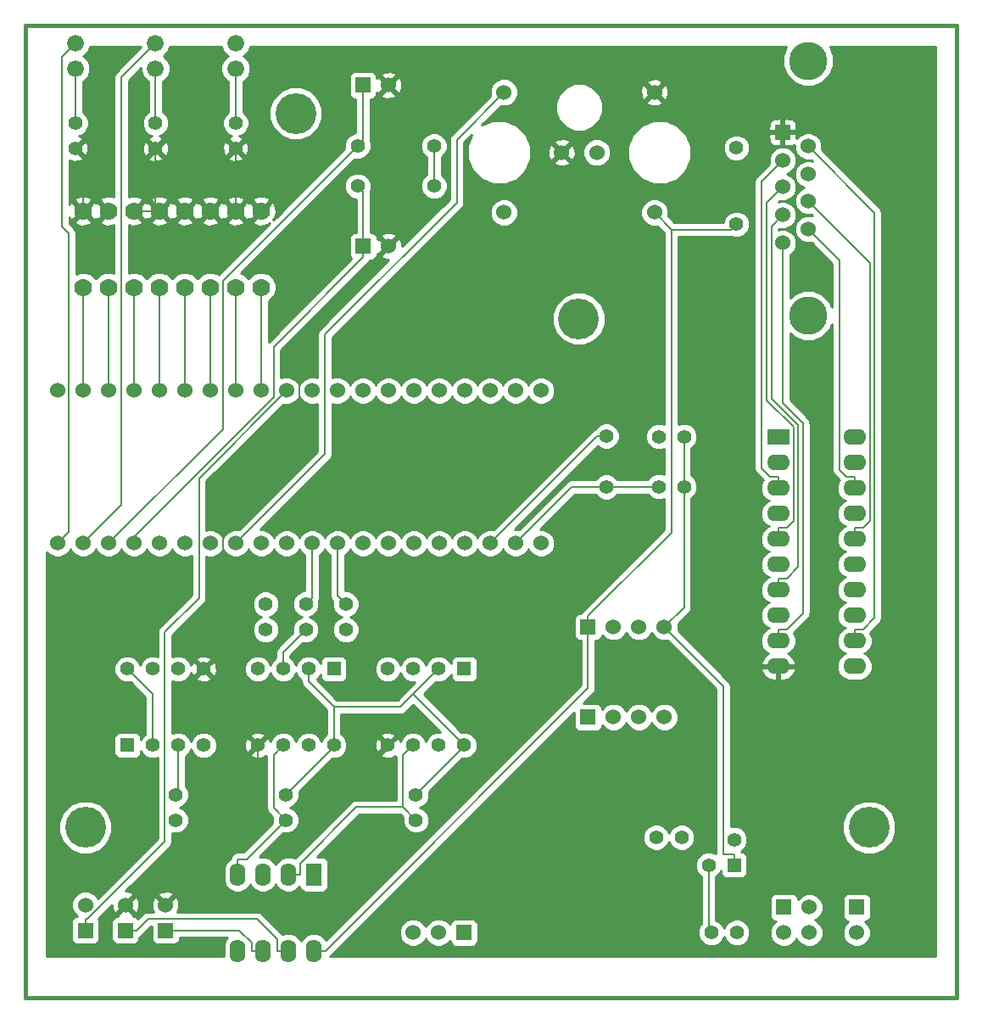
<source format=gbl>
G04 (created by PCBNEW-RS274X (2012-apr-16-27)-stable) date Thu 28 Nov 2013 00:51:53 GMT*
G01*
G70*
G90*
%MOIN*%
G04 Gerber Fmt 3.4, Leading zero omitted, Abs format*
%FSLAX34Y34*%
G04 APERTURE LIST*
%ADD10C,0.006000*%
%ADD11C,0.015000*%
%ADD12C,0.055000*%
%ADD13R,0.060000X0.060000*%
%ADD14C,0.060000*%
%ADD15R,0.055000X0.055000*%
%ADD16C,0.066000*%
%ADD17R,0.062000X0.090000*%
%ADD18O,0.062000X0.090000*%
%ADD19R,0.090000X0.062000*%
%ADD20O,0.090000X0.062000*%
%ADD21C,0.150000*%
%ADD22C,0.070000*%
%ADD23C,0.160000*%
%ADD24C,0.008000*%
%ADD25C,0.010000*%
G04 APERTURE END LIST*
G54D10*
G54D11*
X23228Y-46850D02*
X23228Y-45276D01*
X59843Y-46850D02*
X23228Y-46850D01*
X59843Y-45669D02*
X59843Y-46850D01*
X59843Y-08661D02*
X59843Y-45669D01*
X23228Y-08661D02*
X59843Y-08661D01*
X23228Y-45276D02*
X23228Y-08661D01*
G54D12*
X36295Y-13386D03*
X39295Y-13386D03*
X36295Y-14961D03*
X39295Y-14961D03*
G54D13*
X45350Y-32283D03*
G54D14*
X46350Y-32283D03*
X47350Y-32283D03*
X48350Y-32283D03*
G54D13*
X40469Y-44291D03*
G54D14*
X39469Y-44291D03*
X38469Y-44291D03*
G54D13*
X53043Y-43299D03*
G54D14*
X54043Y-43299D03*
X53043Y-44299D03*
X54043Y-44299D03*
G54D13*
X36500Y-11000D03*
G54D14*
X37500Y-11000D03*
G54D13*
X25591Y-44201D03*
G54D14*
X25591Y-43201D03*
G54D13*
X27165Y-44201D03*
G54D14*
X27165Y-43201D03*
G54D13*
X28740Y-44201D03*
G54D14*
X28740Y-43201D03*
G54D13*
X36508Y-17323D03*
G54D14*
X37508Y-17323D03*
G54D12*
X50091Y-41642D03*
G54D15*
X51091Y-41642D03*
G54D12*
X51091Y-40642D03*
G54D16*
X25197Y-09343D03*
X25197Y-10343D03*
X28346Y-09343D03*
X28346Y-10343D03*
G54D17*
X34571Y-42004D03*
G54D18*
X33571Y-42004D03*
X32571Y-42004D03*
X31571Y-42004D03*
X31571Y-45004D03*
X32571Y-45004D03*
X33571Y-45004D03*
X34571Y-45004D03*
G54D15*
X27240Y-36933D03*
G54D12*
X28240Y-36933D03*
X29240Y-36933D03*
X30240Y-36933D03*
X30240Y-33933D03*
X29240Y-33933D03*
X28240Y-33933D03*
X27240Y-33933D03*
G54D15*
X40476Y-33933D03*
G54D12*
X39476Y-33933D03*
X38476Y-33933D03*
X37476Y-33933D03*
X37476Y-36933D03*
X38476Y-36933D03*
X39476Y-36933D03*
X40476Y-36933D03*
G54D15*
X35358Y-33933D03*
G54D12*
X34358Y-33933D03*
X33358Y-33933D03*
X32358Y-33933D03*
X32358Y-36933D03*
X33358Y-36933D03*
X34358Y-36933D03*
X35358Y-36933D03*
G54D19*
X52831Y-24831D03*
G54D20*
X52831Y-25831D03*
X52831Y-26831D03*
X52831Y-27831D03*
X52831Y-28831D03*
X52831Y-29831D03*
X52831Y-30831D03*
X52831Y-31831D03*
X52831Y-32831D03*
X52831Y-33831D03*
X55831Y-33831D03*
X55831Y-32831D03*
X55831Y-31831D03*
X55831Y-30831D03*
X55831Y-29831D03*
X55831Y-28831D03*
X55831Y-27831D03*
X55831Y-26831D03*
X55831Y-25831D03*
X55831Y-24831D03*
G54D21*
X54000Y-20050D03*
X54000Y-10050D03*
G54D13*
X53000Y-12850D03*
G54D14*
X53000Y-13950D03*
X53000Y-15000D03*
X53000Y-16100D03*
X53000Y-17200D03*
X54000Y-13400D03*
X54000Y-14500D03*
X54000Y-15550D03*
X54000Y-16650D03*
G54D12*
X46063Y-24787D03*
X46063Y-26787D03*
X48122Y-26772D03*
X49122Y-26772D03*
X48122Y-24803D03*
X49122Y-24803D03*
X50189Y-44291D03*
X51189Y-44291D03*
X49024Y-40551D03*
X48024Y-40551D03*
G54D22*
X25496Y-18941D03*
X26496Y-18941D03*
X27496Y-18941D03*
X28496Y-18941D03*
X29496Y-18941D03*
X30496Y-18941D03*
X31496Y-18941D03*
X32496Y-18941D03*
X32496Y-15941D03*
X31496Y-15941D03*
X30496Y-15941D03*
X29496Y-15941D03*
X28496Y-15941D03*
X27496Y-15941D03*
X26496Y-15941D03*
X25496Y-15941D03*
G54D14*
X47953Y-11276D03*
X47953Y-16000D03*
X42047Y-11276D03*
X42047Y-16000D03*
X44311Y-13638D03*
X45689Y-13638D03*
X24500Y-29000D03*
X25500Y-29000D03*
X26500Y-29000D03*
X27500Y-29000D03*
X28500Y-29000D03*
X29500Y-29000D03*
X30500Y-29000D03*
X31500Y-29000D03*
X32500Y-29000D03*
X33500Y-29000D03*
X34500Y-29000D03*
X35500Y-29000D03*
X36500Y-29000D03*
X37500Y-29000D03*
X38500Y-29000D03*
X39500Y-29000D03*
X40500Y-29000D03*
X41500Y-29000D03*
X42500Y-29000D03*
X43500Y-29000D03*
X43500Y-23000D03*
X42500Y-23000D03*
X41500Y-23000D03*
X40500Y-23000D03*
X39500Y-23000D03*
X38500Y-23000D03*
X37500Y-23000D03*
X36500Y-23000D03*
X35500Y-23000D03*
X34500Y-23000D03*
X33500Y-23000D03*
X32500Y-23000D03*
X31500Y-23000D03*
X30500Y-23000D03*
X29500Y-23000D03*
X28500Y-23000D03*
X27500Y-23000D03*
X26500Y-23000D03*
X25500Y-23000D03*
X24500Y-23000D03*
G54D13*
X55906Y-43299D03*
G54D14*
X55906Y-44299D03*
G54D13*
X45350Y-35827D03*
G54D14*
X46350Y-35827D03*
X47350Y-35827D03*
X48350Y-35827D03*
G54D16*
X31496Y-09343D03*
X31496Y-10343D03*
G54D12*
X32677Y-31390D03*
X32677Y-32390D03*
X35827Y-31390D03*
X35827Y-32390D03*
X34252Y-31390D03*
X34252Y-32390D03*
X29134Y-38870D03*
X29134Y-39870D03*
X38583Y-38870D03*
X38583Y-39870D03*
X33465Y-38870D03*
X33465Y-39870D03*
X28346Y-12492D03*
X28346Y-13492D03*
X31496Y-12492D03*
X31496Y-13492D03*
X51181Y-16461D03*
X51181Y-13461D03*
X25197Y-12492D03*
X25197Y-13492D03*
G54D23*
X56398Y-40157D03*
X25591Y-40157D03*
X33858Y-12106D03*
X44980Y-20177D03*
G54D24*
X34358Y-34433D02*
X35358Y-35433D01*
X38476Y-34933D02*
X39476Y-33933D01*
X35358Y-35433D02*
X37976Y-35433D01*
X37976Y-35433D02*
X38476Y-34933D01*
X40476Y-36933D02*
X38476Y-34933D01*
X35358Y-36977D02*
X35358Y-36933D01*
X33465Y-38870D02*
X35358Y-36977D01*
X35358Y-35433D02*
X35358Y-36933D01*
X28240Y-34933D02*
X28240Y-36933D01*
X27240Y-33933D02*
X28240Y-34933D01*
X38583Y-38870D02*
X40476Y-36977D01*
X40476Y-36977D02*
X40476Y-36933D01*
X34358Y-33933D02*
X34358Y-34433D01*
X25197Y-13492D02*
X25496Y-13791D01*
X31496Y-13492D02*
X31496Y-15941D01*
X25496Y-13791D02*
X25496Y-15941D01*
X32358Y-36933D02*
X32358Y-39583D01*
X28196Y-15941D02*
X28346Y-15791D01*
X34000Y-20831D02*
X34000Y-25411D01*
X28496Y-15941D02*
X28346Y-15791D01*
X28346Y-15791D02*
X28346Y-13492D01*
X27496Y-15941D02*
X28196Y-15941D01*
X32358Y-39583D02*
X28740Y-43201D01*
X31000Y-33173D02*
X30240Y-33933D01*
X31000Y-28411D02*
X31000Y-33173D01*
X34000Y-25411D02*
X31000Y-28411D01*
X37508Y-17323D02*
X34000Y-20831D01*
X29240Y-38764D02*
X29240Y-36933D01*
X29134Y-38870D02*
X29240Y-38764D01*
X35500Y-31063D02*
X35500Y-29000D01*
X35827Y-31390D02*
X35500Y-31063D01*
X33358Y-33284D02*
X33358Y-33933D01*
X34252Y-32390D02*
X33358Y-33284D01*
X30496Y-22996D02*
X30500Y-23000D01*
X30496Y-18941D02*
X30496Y-22996D01*
X28496Y-22996D02*
X28500Y-23000D01*
X28496Y-18941D02*
X28496Y-22996D01*
X26496Y-22996D02*
X26500Y-23000D01*
X26496Y-18941D02*
X26496Y-22996D01*
X34252Y-31390D02*
X34500Y-31142D01*
X34500Y-31142D02*
X34500Y-29000D01*
X49122Y-24803D02*
X49122Y-26772D01*
X50695Y-41224D02*
X50673Y-41202D01*
X51091Y-41642D02*
X51091Y-41224D01*
X49122Y-31511D02*
X48350Y-32283D01*
X49122Y-26772D02*
X49122Y-31511D01*
X50673Y-34606D02*
X48350Y-32283D01*
X50673Y-41202D02*
X50673Y-34606D01*
X51091Y-41224D02*
X50695Y-41224D01*
X31496Y-10343D02*
X31496Y-11492D01*
X31496Y-11492D02*
X31496Y-12492D01*
X25197Y-10343D02*
X25197Y-11492D01*
X25197Y-11492D02*
X25197Y-12492D01*
X27000Y-10689D02*
X28346Y-09343D01*
X27000Y-27500D02*
X27000Y-10689D01*
X25500Y-29000D02*
X27000Y-27500D01*
X26500Y-29000D02*
X30996Y-24504D01*
X36500Y-13181D02*
X36295Y-13386D01*
X30996Y-18685D02*
X36295Y-13386D01*
X30996Y-24504D02*
X30996Y-18685D01*
X36500Y-11000D02*
X36500Y-13181D01*
X50091Y-44193D02*
X50091Y-41642D01*
X50189Y-44291D02*
X50091Y-44193D01*
X28346Y-10343D02*
X28346Y-11492D01*
X28346Y-11492D02*
X28346Y-12492D01*
X32990Y-23249D02*
X32990Y-21284D01*
X36508Y-17323D02*
X36508Y-17766D01*
X27500Y-29000D02*
X27500Y-28739D01*
X27500Y-28739D02*
X32990Y-23249D01*
X36508Y-17323D02*
X36508Y-15174D01*
X36508Y-15174D02*
X36295Y-14961D01*
X32990Y-21284D02*
X36508Y-17766D01*
X52372Y-15628D02*
X53000Y-15000D01*
X52372Y-23378D02*
X52372Y-15628D01*
X52831Y-28378D02*
X53160Y-28378D01*
X53427Y-24433D02*
X52372Y-23378D01*
X53427Y-28111D02*
X53427Y-24433D01*
X52831Y-28831D02*
X52831Y-28378D01*
X53160Y-28378D02*
X53427Y-28111D01*
X54000Y-16650D02*
X55236Y-17886D01*
X55502Y-26378D02*
X55831Y-26378D01*
X55236Y-17886D02*
X55236Y-26112D01*
X55236Y-26112D02*
X55502Y-26378D01*
X55831Y-26831D02*
X55831Y-26378D01*
X53794Y-24279D02*
X53000Y-23485D01*
X52831Y-32831D02*
X52831Y-32378D01*
X53000Y-23485D02*
X53000Y-17200D01*
X53160Y-32378D02*
X53794Y-31744D01*
X52831Y-32378D02*
X53160Y-32378D01*
X53794Y-31744D02*
X53794Y-24279D01*
X40184Y-13139D02*
X42047Y-11276D01*
X40184Y-15602D02*
X40184Y-13139D01*
X35000Y-20786D02*
X40184Y-15602D01*
X35000Y-25500D02*
X35000Y-20786D01*
X31500Y-29000D02*
X35000Y-25500D01*
X25496Y-22996D02*
X25500Y-23000D01*
X25496Y-18941D02*
X25496Y-22996D01*
X45713Y-24787D02*
X46063Y-24787D01*
X41500Y-29000D02*
X45713Y-24787D01*
X27496Y-22996D02*
X27500Y-23000D01*
X27496Y-18941D02*
X27496Y-22996D01*
X29496Y-22996D02*
X29500Y-23000D01*
X29496Y-18941D02*
X29496Y-22996D01*
X31496Y-22996D02*
X31500Y-23000D01*
X31496Y-18941D02*
X31496Y-22996D01*
X32496Y-22996D02*
X32500Y-23000D01*
X32496Y-18941D02*
X32496Y-22996D01*
X52502Y-26378D02*
X52831Y-26378D01*
X52170Y-26046D02*
X52502Y-26378D01*
X52170Y-14780D02*
X52170Y-26046D01*
X53000Y-13950D02*
X52170Y-14780D01*
X52831Y-26831D02*
X52831Y-26378D01*
X44713Y-26787D02*
X46063Y-26787D01*
X42500Y-29000D02*
X44713Y-26787D01*
X48107Y-26787D02*
X48122Y-26772D01*
X46063Y-26787D02*
X48107Y-26787D01*
X32118Y-44675D02*
X32118Y-45004D01*
X32571Y-45004D02*
X32118Y-45004D01*
X28740Y-44201D02*
X31644Y-44201D01*
X31644Y-44201D02*
X32118Y-44675D01*
X28051Y-43758D02*
X27608Y-44201D01*
X32325Y-43758D02*
X28051Y-43758D01*
X33118Y-44551D02*
X32325Y-43758D01*
X33118Y-45004D02*
X33118Y-44551D01*
X33571Y-45004D02*
X33118Y-45004D01*
X27165Y-44201D02*
X27608Y-44201D01*
X25663Y-43758D02*
X25591Y-43758D01*
X28715Y-40706D02*
X25663Y-43758D01*
X28715Y-32482D02*
X28715Y-40706D01*
X30056Y-31141D02*
X28715Y-32482D01*
X30056Y-26444D02*
X30056Y-31141D01*
X33500Y-23000D02*
X30056Y-26444D01*
X25591Y-44201D02*
X25591Y-43758D01*
X55831Y-28831D02*
X55831Y-28378D01*
X56160Y-28378D02*
X55831Y-28378D01*
X56431Y-28107D02*
X56160Y-28378D01*
X56431Y-17981D02*
X56431Y-28107D01*
X54000Y-15550D02*
X56431Y-17981D01*
X56160Y-32378D02*
X55831Y-32378D01*
X56615Y-31923D02*
X56160Y-32378D01*
X56615Y-16015D02*
X56615Y-31923D01*
X54000Y-13400D02*
X56615Y-16015D01*
X55831Y-32831D02*
X55831Y-32378D01*
X52556Y-23301D02*
X52556Y-16544D01*
X53160Y-30378D02*
X53611Y-29927D01*
X52556Y-16544D02*
X53000Y-16100D01*
X53611Y-24356D02*
X52556Y-23301D01*
X52831Y-30831D02*
X52831Y-30378D01*
X53611Y-29927D02*
X53611Y-24356D01*
X52831Y-30378D02*
X53160Y-30378D01*
X24671Y-09869D02*
X25197Y-09343D01*
X24671Y-16544D02*
X24671Y-09869D01*
X24944Y-16817D02*
X24671Y-16544D01*
X24944Y-28556D02*
X24944Y-16817D01*
X24500Y-29000D02*
X24944Y-28556D01*
X38583Y-39870D02*
X38076Y-39363D01*
X38076Y-37333D02*
X38476Y-36933D01*
X38076Y-39363D02*
X38076Y-37333D01*
X34024Y-41583D02*
X34024Y-42004D01*
X36244Y-39363D02*
X34024Y-41583D01*
X38076Y-39363D02*
X36244Y-39363D01*
X33571Y-42004D02*
X34024Y-42004D01*
X31924Y-41411D02*
X31571Y-41411D01*
X33465Y-39870D02*
X31924Y-41411D01*
X31571Y-42004D02*
X31571Y-41411D01*
X32986Y-37305D02*
X33358Y-36933D01*
X32986Y-39391D02*
X32986Y-37305D01*
X33465Y-39870D02*
X32986Y-39391D01*
X34571Y-45004D02*
X35024Y-45004D01*
X45350Y-34678D02*
X45350Y-32283D01*
X35024Y-45004D02*
X45350Y-34678D01*
X45350Y-32283D02*
X45350Y-31840D01*
X39295Y-14961D02*
X39295Y-13386D01*
X50973Y-16669D02*
X51181Y-16461D01*
X48622Y-16669D02*
X50973Y-16669D01*
X48622Y-28568D02*
X48622Y-16669D01*
X45350Y-31840D02*
X48622Y-28568D01*
X48622Y-16669D02*
X47953Y-16000D01*
G54D10*
G36*
X27780Y-09499D02*
X26795Y-10484D01*
X26732Y-10578D01*
X26710Y-10689D01*
X26710Y-15392D01*
X26587Y-15348D01*
X26352Y-15359D01*
X26186Y-15428D01*
X26153Y-15527D01*
X26461Y-15835D01*
X26496Y-15870D01*
X26567Y-15941D01*
X26496Y-16012D01*
X26461Y-16047D01*
X26425Y-16083D01*
X26425Y-15941D01*
X26082Y-15598D01*
X25996Y-15626D01*
X25910Y-15598D01*
X25839Y-15669D01*
X25839Y-15527D01*
X25806Y-15428D01*
X25716Y-15395D01*
X25716Y-13566D01*
X25705Y-13362D01*
X25649Y-13225D01*
X25558Y-13202D01*
X25268Y-13492D01*
X25558Y-13782D01*
X25649Y-13759D01*
X25716Y-13566D01*
X25716Y-15395D01*
X25587Y-15348D01*
X25352Y-15359D01*
X25186Y-15428D01*
X25153Y-15527D01*
X25496Y-15870D01*
X25839Y-15527D01*
X25839Y-15669D01*
X25567Y-15941D01*
X25910Y-16284D01*
X25996Y-16255D01*
X26082Y-16284D01*
X26425Y-15941D01*
X26425Y-16083D01*
X26153Y-16355D01*
X26186Y-16454D01*
X26405Y-16534D01*
X26640Y-16523D01*
X26710Y-16493D01*
X26710Y-18381D01*
X26615Y-18342D01*
X26377Y-18342D01*
X26157Y-18433D01*
X25996Y-18594D01*
X25839Y-18437D01*
X25839Y-16355D01*
X25496Y-16012D01*
X25153Y-16355D01*
X25186Y-16454D01*
X25405Y-16534D01*
X25640Y-16523D01*
X25806Y-16454D01*
X25839Y-16355D01*
X25839Y-18437D01*
X25835Y-18433D01*
X25615Y-18342D01*
X25377Y-18342D01*
X25234Y-18401D01*
X25234Y-16817D01*
X25212Y-16706D01*
X25149Y-16612D01*
X24961Y-16424D01*
X24961Y-16198D01*
X24983Y-16251D01*
X25082Y-16284D01*
X25425Y-15941D01*
X25082Y-15598D01*
X24983Y-15631D01*
X24961Y-15691D01*
X24961Y-13954D01*
X25123Y-14011D01*
X25327Y-14000D01*
X25464Y-13944D01*
X25487Y-13853D01*
X25232Y-13598D01*
X25197Y-13563D01*
X25126Y-13492D01*
X25197Y-13421D01*
X25232Y-13386D01*
X25487Y-13131D01*
X25464Y-13040D01*
X25345Y-12998D01*
X25494Y-12937D01*
X25642Y-12790D01*
X25722Y-12597D01*
X25722Y-12388D01*
X25642Y-12195D01*
X25495Y-12047D01*
X25487Y-12043D01*
X25487Y-11492D01*
X25487Y-10850D01*
X25525Y-10835D01*
X25688Y-10672D01*
X25777Y-10459D01*
X25777Y-10228D01*
X25689Y-10015D01*
X25526Y-09852D01*
X25505Y-09843D01*
X25525Y-09835D01*
X25688Y-09672D01*
X25760Y-09499D01*
X27780Y-09499D01*
X27780Y-09499D01*
G37*
G54D25*
X27780Y-09499D02*
X26795Y-10484D01*
X26732Y-10578D01*
X26710Y-10689D01*
X26710Y-15392D01*
X26587Y-15348D01*
X26352Y-15359D01*
X26186Y-15428D01*
X26153Y-15527D01*
X26461Y-15835D01*
X26496Y-15870D01*
X26567Y-15941D01*
X26496Y-16012D01*
X26461Y-16047D01*
X26425Y-16083D01*
X26425Y-15941D01*
X26082Y-15598D01*
X25996Y-15626D01*
X25910Y-15598D01*
X25839Y-15669D01*
X25839Y-15527D01*
X25806Y-15428D01*
X25716Y-15395D01*
X25716Y-13566D01*
X25705Y-13362D01*
X25649Y-13225D01*
X25558Y-13202D01*
X25268Y-13492D01*
X25558Y-13782D01*
X25649Y-13759D01*
X25716Y-13566D01*
X25716Y-15395D01*
X25587Y-15348D01*
X25352Y-15359D01*
X25186Y-15428D01*
X25153Y-15527D01*
X25496Y-15870D01*
X25839Y-15527D01*
X25839Y-15669D01*
X25567Y-15941D01*
X25910Y-16284D01*
X25996Y-16255D01*
X26082Y-16284D01*
X26425Y-15941D01*
X26425Y-16083D01*
X26153Y-16355D01*
X26186Y-16454D01*
X26405Y-16534D01*
X26640Y-16523D01*
X26710Y-16493D01*
X26710Y-18381D01*
X26615Y-18342D01*
X26377Y-18342D01*
X26157Y-18433D01*
X25996Y-18594D01*
X25839Y-18437D01*
X25839Y-16355D01*
X25496Y-16012D01*
X25153Y-16355D01*
X25186Y-16454D01*
X25405Y-16534D01*
X25640Y-16523D01*
X25806Y-16454D01*
X25839Y-16355D01*
X25839Y-18437D01*
X25835Y-18433D01*
X25615Y-18342D01*
X25377Y-18342D01*
X25234Y-18401D01*
X25234Y-16817D01*
X25212Y-16706D01*
X25149Y-16612D01*
X24961Y-16424D01*
X24961Y-16198D01*
X24983Y-16251D01*
X25082Y-16284D01*
X25425Y-15941D01*
X25082Y-15598D01*
X24983Y-15631D01*
X24961Y-15691D01*
X24961Y-13954D01*
X25123Y-14011D01*
X25327Y-14000D01*
X25464Y-13944D01*
X25487Y-13853D01*
X25232Y-13598D01*
X25197Y-13563D01*
X25126Y-13492D01*
X25197Y-13421D01*
X25232Y-13386D01*
X25487Y-13131D01*
X25464Y-13040D01*
X25345Y-12998D01*
X25494Y-12937D01*
X25642Y-12790D01*
X25722Y-12597D01*
X25722Y-12388D01*
X25642Y-12195D01*
X25495Y-12047D01*
X25487Y-12043D01*
X25487Y-11492D01*
X25487Y-10850D01*
X25525Y-10835D01*
X25688Y-10672D01*
X25777Y-10459D01*
X25777Y-10228D01*
X25689Y-10015D01*
X25526Y-09852D01*
X25505Y-09843D01*
X25525Y-09835D01*
X25688Y-09672D01*
X25760Y-09499D01*
X27780Y-09499D01*
G54D10*
G36*
X34710Y-25379D02*
X31630Y-28459D01*
X31609Y-28451D01*
X31391Y-28451D01*
X31189Y-28535D01*
X31035Y-28689D01*
X31000Y-28773D01*
X30965Y-28689D01*
X30811Y-28535D01*
X30609Y-28451D01*
X30391Y-28451D01*
X30346Y-28469D01*
X30346Y-26564D01*
X33369Y-23540D01*
X33391Y-23549D01*
X33609Y-23549D01*
X33811Y-23465D01*
X33965Y-23311D01*
X34000Y-23226D01*
X34035Y-23311D01*
X34189Y-23465D01*
X34391Y-23549D01*
X34609Y-23549D01*
X34710Y-23507D01*
X34710Y-25379D01*
X34710Y-25379D01*
G37*
G54D25*
X34710Y-25379D02*
X31630Y-28459D01*
X31609Y-28451D01*
X31391Y-28451D01*
X31189Y-28535D01*
X31035Y-28689D01*
X31000Y-28773D01*
X30965Y-28689D01*
X30811Y-28535D01*
X30609Y-28451D01*
X30391Y-28451D01*
X30346Y-28469D01*
X30346Y-26564D01*
X33369Y-23540D01*
X33391Y-23549D01*
X33609Y-23549D01*
X33811Y-23465D01*
X33965Y-23311D01*
X34000Y-23226D01*
X34035Y-23311D01*
X34189Y-23465D01*
X34391Y-23549D01*
X34609Y-23549D01*
X34710Y-23507D01*
X34710Y-25379D01*
G54D10*
G36*
X39541Y-36408D02*
X39372Y-36408D01*
X39179Y-36488D01*
X39031Y-36635D01*
X38975Y-36768D01*
X38921Y-36636D01*
X38774Y-36488D01*
X38581Y-36408D01*
X38372Y-36408D01*
X38179Y-36488D01*
X38031Y-36635D01*
X37972Y-36775D01*
X37928Y-36666D01*
X37837Y-36643D01*
X37766Y-36714D01*
X37766Y-36572D01*
X37743Y-36481D01*
X37550Y-36414D01*
X37346Y-36425D01*
X37209Y-36481D01*
X37186Y-36572D01*
X37476Y-36862D01*
X37766Y-36572D01*
X37766Y-36714D01*
X37582Y-36898D01*
X37547Y-36933D01*
X37476Y-37004D01*
X37441Y-37039D01*
X37405Y-37075D01*
X37405Y-36933D01*
X37115Y-36643D01*
X37024Y-36666D01*
X36957Y-36859D01*
X36968Y-37063D01*
X37024Y-37200D01*
X37115Y-37223D01*
X37405Y-36933D01*
X37405Y-37075D01*
X37186Y-37294D01*
X37209Y-37385D01*
X37402Y-37452D01*
X37606Y-37441D01*
X37743Y-37385D01*
X37751Y-37349D01*
X37766Y-37364D01*
X37783Y-37381D01*
X37786Y-37378D01*
X37786Y-39073D01*
X37766Y-39073D01*
X36244Y-39073D01*
X36133Y-39095D01*
X36039Y-39158D01*
X33831Y-41365D01*
X33680Y-41302D01*
X33462Y-41302D01*
X33260Y-41386D01*
X33106Y-41540D01*
X33071Y-41624D01*
X33036Y-41540D01*
X32882Y-41386D01*
X32680Y-41302D01*
X32462Y-41302D01*
X32429Y-41315D01*
X33352Y-40392D01*
X33360Y-40395D01*
X33569Y-40395D01*
X33762Y-40315D01*
X33910Y-40168D01*
X33990Y-39975D01*
X33990Y-39766D01*
X33910Y-39573D01*
X33763Y-39425D01*
X33629Y-39369D01*
X33762Y-39315D01*
X33910Y-39168D01*
X33990Y-38975D01*
X33990Y-38766D01*
X33986Y-38758D01*
X35287Y-37458D01*
X35462Y-37458D01*
X35655Y-37378D01*
X35803Y-37231D01*
X35883Y-37038D01*
X35883Y-36829D01*
X35803Y-36636D01*
X35656Y-36488D01*
X35648Y-36484D01*
X35648Y-35723D01*
X37976Y-35723D01*
X38087Y-35701D01*
X38181Y-35638D01*
X38476Y-35343D01*
X39541Y-36408D01*
X39541Y-36408D01*
G37*
G54D25*
X39541Y-36408D02*
X39372Y-36408D01*
X39179Y-36488D01*
X39031Y-36635D01*
X38975Y-36768D01*
X38921Y-36636D01*
X38774Y-36488D01*
X38581Y-36408D01*
X38372Y-36408D01*
X38179Y-36488D01*
X38031Y-36635D01*
X37972Y-36775D01*
X37928Y-36666D01*
X37837Y-36643D01*
X37766Y-36714D01*
X37766Y-36572D01*
X37743Y-36481D01*
X37550Y-36414D01*
X37346Y-36425D01*
X37209Y-36481D01*
X37186Y-36572D01*
X37476Y-36862D01*
X37766Y-36572D01*
X37766Y-36714D01*
X37582Y-36898D01*
X37547Y-36933D01*
X37476Y-37004D01*
X37441Y-37039D01*
X37405Y-37075D01*
X37405Y-36933D01*
X37115Y-36643D01*
X37024Y-36666D01*
X36957Y-36859D01*
X36968Y-37063D01*
X37024Y-37200D01*
X37115Y-37223D01*
X37405Y-36933D01*
X37405Y-37075D01*
X37186Y-37294D01*
X37209Y-37385D01*
X37402Y-37452D01*
X37606Y-37441D01*
X37743Y-37385D01*
X37751Y-37349D01*
X37766Y-37364D01*
X37783Y-37381D01*
X37786Y-37378D01*
X37786Y-39073D01*
X37766Y-39073D01*
X36244Y-39073D01*
X36133Y-39095D01*
X36039Y-39158D01*
X33831Y-41365D01*
X33680Y-41302D01*
X33462Y-41302D01*
X33260Y-41386D01*
X33106Y-41540D01*
X33071Y-41624D01*
X33036Y-41540D01*
X32882Y-41386D01*
X32680Y-41302D01*
X32462Y-41302D01*
X32429Y-41315D01*
X33352Y-40392D01*
X33360Y-40395D01*
X33569Y-40395D01*
X33762Y-40315D01*
X33910Y-40168D01*
X33990Y-39975D01*
X33990Y-39766D01*
X33910Y-39573D01*
X33763Y-39425D01*
X33629Y-39369D01*
X33762Y-39315D01*
X33910Y-39168D01*
X33990Y-38975D01*
X33990Y-38766D01*
X33986Y-38758D01*
X35287Y-37458D01*
X35462Y-37458D01*
X35655Y-37378D01*
X35803Y-37231D01*
X35883Y-37038D01*
X35883Y-36829D01*
X35803Y-36636D01*
X35656Y-36488D01*
X35648Y-36484D01*
X35648Y-35723D01*
X37976Y-35723D01*
X38087Y-35701D01*
X38181Y-35638D01*
X38476Y-35343D01*
X39541Y-36408D01*
G54D10*
G36*
X48332Y-28448D02*
X45145Y-31635D01*
X45082Y-31729D01*
X45081Y-31734D01*
X45001Y-31734D01*
X44909Y-31772D01*
X44839Y-31842D01*
X44801Y-31933D01*
X44801Y-32032D01*
X44801Y-32632D01*
X44839Y-32724D01*
X44909Y-32794D01*
X45000Y-32832D01*
X45060Y-32832D01*
X45060Y-34558D01*
X35048Y-44569D01*
X35036Y-44540D01*
X34882Y-44386D01*
X34680Y-44302D01*
X34462Y-44302D01*
X34260Y-44386D01*
X34106Y-44540D01*
X34071Y-44624D01*
X34036Y-44540D01*
X33882Y-44386D01*
X33680Y-44302D01*
X33462Y-44302D01*
X33330Y-44356D01*
X33323Y-44346D01*
X32530Y-43553D01*
X32436Y-43490D01*
X32325Y-43468D01*
X29216Y-43468D01*
X29283Y-43280D01*
X29272Y-43067D01*
X29212Y-42920D01*
X29118Y-42893D01*
X29048Y-42963D01*
X29048Y-42823D01*
X29021Y-42729D01*
X28819Y-42658D01*
X28606Y-42669D01*
X28459Y-42729D01*
X28432Y-42823D01*
X28740Y-43130D01*
X29048Y-42823D01*
X29048Y-42963D01*
X28811Y-43201D01*
X28740Y-43272D01*
X28669Y-43201D01*
X28634Y-43166D01*
X28362Y-42893D01*
X28268Y-42920D01*
X28197Y-43122D01*
X28208Y-43335D01*
X28262Y-43468D01*
X28051Y-43468D01*
X27940Y-43490D01*
X27846Y-43553D01*
X27708Y-43690D01*
X27708Y-43280D01*
X27697Y-43067D01*
X27637Y-42920D01*
X27543Y-42893D01*
X27236Y-43201D01*
X27543Y-43509D01*
X27637Y-43482D01*
X27708Y-43280D01*
X27708Y-43690D01*
X27657Y-43741D01*
X27606Y-43690D01*
X27515Y-43652D01*
X27452Y-43652D01*
X27473Y-43579D01*
X27165Y-43272D01*
X26857Y-43579D01*
X26877Y-43652D01*
X26816Y-43652D01*
X26724Y-43690D01*
X26654Y-43760D01*
X26616Y-43851D01*
X26616Y-43950D01*
X26616Y-44550D01*
X26654Y-44642D01*
X26724Y-44712D01*
X26815Y-44750D01*
X26914Y-44750D01*
X27514Y-44750D01*
X27606Y-44712D01*
X27676Y-44642D01*
X27714Y-44551D01*
X27714Y-44469D01*
X27719Y-44469D01*
X27813Y-44406D01*
X28171Y-44048D01*
X28191Y-44048D01*
X28191Y-44550D01*
X28229Y-44642D01*
X28299Y-44712D01*
X28390Y-44750D01*
X28489Y-44750D01*
X29089Y-44750D01*
X29181Y-44712D01*
X29251Y-44642D01*
X29289Y-44551D01*
X29289Y-44491D01*
X31155Y-44491D01*
X31106Y-44540D01*
X31022Y-44742D01*
X31022Y-44960D01*
X31022Y-45226D01*
X24066Y-45226D01*
X24066Y-29342D01*
X24189Y-29465D01*
X24391Y-29549D01*
X24609Y-29549D01*
X24811Y-29465D01*
X24965Y-29311D01*
X25000Y-29226D01*
X25035Y-29311D01*
X25189Y-29465D01*
X25391Y-29549D01*
X25609Y-29549D01*
X25811Y-29465D01*
X25965Y-29311D01*
X26000Y-29226D01*
X26035Y-29311D01*
X26189Y-29465D01*
X26391Y-29549D01*
X26609Y-29549D01*
X26811Y-29465D01*
X26965Y-29311D01*
X27000Y-29226D01*
X27035Y-29311D01*
X27189Y-29465D01*
X27391Y-29549D01*
X27609Y-29549D01*
X27811Y-29465D01*
X27965Y-29311D01*
X28000Y-29226D01*
X28035Y-29311D01*
X28189Y-29465D01*
X28391Y-29549D01*
X28609Y-29549D01*
X28811Y-29465D01*
X28965Y-29311D01*
X29000Y-29226D01*
X29035Y-29311D01*
X29189Y-29465D01*
X29391Y-29549D01*
X29609Y-29549D01*
X29766Y-29483D01*
X29766Y-31021D01*
X28510Y-32277D01*
X28447Y-32371D01*
X28425Y-32482D01*
X28425Y-33441D01*
X28345Y-33408D01*
X28136Y-33408D01*
X27943Y-33488D01*
X27795Y-33635D01*
X27739Y-33768D01*
X27685Y-33636D01*
X27538Y-33488D01*
X27345Y-33408D01*
X27136Y-33408D01*
X26943Y-33488D01*
X26795Y-33635D01*
X26715Y-33828D01*
X26715Y-34037D01*
X26795Y-34230D01*
X26942Y-34378D01*
X27135Y-34458D01*
X27344Y-34458D01*
X27351Y-34454D01*
X27950Y-35053D01*
X27950Y-36485D01*
X27943Y-36488D01*
X27795Y-36635D01*
X27764Y-36709D01*
X27764Y-36609D01*
X27726Y-36517D01*
X27656Y-36447D01*
X27565Y-36409D01*
X27466Y-36409D01*
X26916Y-36409D01*
X26824Y-36447D01*
X26754Y-36517D01*
X26716Y-36608D01*
X26716Y-36707D01*
X26716Y-37257D01*
X26754Y-37349D01*
X26824Y-37419D01*
X26915Y-37457D01*
X27014Y-37457D01*
X27564Y-37457D01*
X27656Y-37419D01*
X27726Y-37349D01*
X27764Y-37258D01*
X27764Y-37159D01*
X27764Y-37155D01*
X27795Y-37230D01*
X27942Y-37378D01*
X28135Y-37458D01*
X28344Y-37458D01*
X28425Y-37424D01*
X28425Y-40586D01*
X26641Y-42369D01*
X26641Y-40367D01*
X26641Y-39949D01*
X26481Y-39563D01*
X26186Y-39267D01*
X25801Y-39107D01*
X25383Y-39107D01*
X24997Y-39267D01*
X24701Y-39562D01*
X24541Y-39947D01*
X24541Y-40365D01*
X24701Y-40751D01*
X24996Y-41047D01*
X25381Y-41207D01*
X25799Y-41207D01*
X26185Y-41047D01*
X26481Y-40752D01*
X26641Y-40367D01*
X26641Y-42369D01*
X26075Y-42935D01*
X26056Y-42890D01*
X25902Y-42736D01*
X25700Y-42652D01*
X25482Y-42652D01*
X25280Y-42736D01*
X25126Y-42890D01*
X25042Y-43092D01*
X25042Y-43310D01*
X25126Y-43512D01*
X25266Y-43652D01*
X25242Y-43652D01*
X25150Y-43690D01*
X25080Y-43760D01*
X25042Y-43851D01*
X25042Y-43950D01*
X25042Y-44550D01*
X25080Y-44642D01*
X25150Y-44712D01*
X25241Y-44750D01*
X25340Y-44750D01*
X25940Y-44750D01*
X26032Y-44712D01*
X26102Y-44642D01*
X26140Y-44551D01*
X26140Y-44452D01*
X26140Y-43852D01*
X26102Y-43760D01*
X26086Y-43744D01*
X26626Y-43204D01*
X26633Y-43335D01*
X26693Y-43482D01*
X26787Y-43509D01*
X27059Y-43236D01*
X27094Y-43201D01*
X27165Y-43130D01*
X27200Y-43095D01*
X27473Y-42823D01*
X27446Y-42729D01*
X27244Y-42658D01*
X27169Y-42661D01*
X28920Y-40911D01*
X28983Y-40817D01*
X29005Y-40706D01*
X29005Y-40385D01*
X29029Y-40395D01*
X29238Y-40395D01*
X29431Y-40315D01*
X29579Y-40168D01*
X29659Y-39975D01*
X29659Y-39766D01*
X29579Y-39573D01*
X29432Y-39425D01*
X29298Y-39369D01*
X29431Y-39315D01*
X29579Y-39168D01*
X29659Y-38975D01*
X29659Y-38766D01*
X29579Y-38573D01*
X29530Y-38523D01*
X29530Y-37380D01*
X29537Y-37378D01*
X29685Y-37231D01*
X29740Y-37097D01*
X29795Y-37230D01*
X29942Y-37378D01*
X30135Y-37458D01*
X30344Y-37458D01*
X30537Y-37378D01*
X30685Y-37231D01*
X30765Y-37038D01*
X30765Y-36829D01*
X30759Y-36814D01*
X30759Y-34007D01*
X30748Y-33803D01*
X30692Y-33666D01*
X30601Y-33643D01*
X30530Y-33714D01*
X30530Y-33572D01*
X30507Y-33481D01*
X30314Y-33414D01*
X30110Y-33425D01*
X29973Y-33481D01*
X29950Y-33572D01*
X30240Y-33862D01*
X30530Y-33572D01*
X30530Y-33714D01*
X30311Y-33933D01*
X30601Y-34223D01*
X30692Y-34200D01*
X30759Y-34007D01*
X30759Y-36814D01*
X30685Y-36636D01*
X30538Y-36488D01*
X30530Y-36484D01*
X30530Y-34294D01*
X30240Y-34004D01*
X29950Y-34294D01*
X29973Y-34385D01*
X30166Y-34452D01*
X30370Y-34441D01*
X30507Y-34385D01*
X30530Y-34294D01*
X30530Y-36484D01*
X30345Y-36408D01*
X30136Y-36408D01*
X29943Y-36488D01*
X29795Y-36635D01*
X29739Y-36768D01*
X29685Y-36636D01*
X29538Y-36488D01*
X29345Y-36408D01*
X29136Y-36408D01*
X29005Y-36462D01*
X29005Y-34404D01*
X29135Y-34458D01*
X29344Y-34458D01*
X29537Y-34378D01*
X29685Y-34231D01*
X29743Y-34090D01*
X29788Y-34200D01*
X29879Y-34223D01*
X30169Y-33933D01*
X29879Y-33643D01*
X29788Y-33666D01*
X29746Y-33784D01*
X29685Y-33636D01*
X29538Y-33488D01*
X29345Y-33408D01*
X29136Y-33408D01*
X29005Y-33462D01*
X29005Y-32602D01*
X30261Y-31346D01*
X30324Y-31252D01*
X30346Y-31141D01*
X30346Y-29530D01*
X30391Y-29549D01*
X30609Y-29549D01*
X30811Y-29465D01*
X30965Y-29311D01*
X31000Y-29226D01*
X31035Y-29311D01*
X31189Y-29465D01*
X31391Y-29549D01*
X31609Y-29549D01*
X31811Y-29465D01*
X31965Y-29311D01*
X32000Y-29226D01*
X32035Y-29311D01*
X32189Y-29465D01*
X32391Y-29549D01*
X32609Y-29549D01*
X32811Y-29465D01*
X32965Y-29311D01*
X33000Y-29226D01*
X33035Y-29311D01*
X33189Y-29465D01*
X33391Y-29549D01*
X33609Y-29549D01*
X33811Y-29465D01*
X33965Y-29311D01*
X34000Y-29226D01*
X34035Y-29311D01*
X34189Y-29465D01*
X34210Y-29473D01*
X34210Y-30865D01*
X34148Y-30865D01*
X33955Y-30945D01*
X33807Y-31092D01*
X33727Y-31285D01*
X33727Y-31494D01*
X33807Y-31687D01*
X33954Y-31835D01*
X34087Y-31890D01*
X33955Y-31945D01*
X33807Y-32092D01*
X33727Y-32285D01*
X33727Y-32494D01*
X33730Y-32501D01*
X33202Y-33029D01*
X33202Y-32495D01*
X33202Y-32286D01*
X33122Y-32093D01*
X32975Y-31945D01*
X32841Y-31889D01*
X32974Y-31835D01*
X33122Y-31688D01*
X33202Y-31495D01*
X33202Y-31286D01*
X33122Y-31093D01*
X32975Y-30945D01*
X32782Y-30865D01*
X32573Y-30865D01*
X32380Y-30945D01*
X32232Y-31092D01*
X32152Y-31285D01*
X32152Y-31494D01*
X32232Y-31687D01*
X32379Y-31835D01*
X32512Y-31890D01*
X32380Y-31945D01*
X32232Y-32092D01*
X32152Y-32285D01*
X32152Y-32494D01*
X32232Y-32687D01*
X32379Y-32835D01*
X32572Y-32915D01*
X32781Y-32915D01*
X32974Y-32835D01*
X33122Y-32688D01*
X33202Y-32495D01*
X33202Y-33029D01*
X33153Y-33079D01*
X33090Y-33173D01*
X33068Y-33284D01*
X33068Y-33485D01*
X33061Y-33488D01*
X32913Y-33635D01*
X32857Y-33768D01*
X32803Y-33636D01*
X32656Y-33488D01*
X32463Y-33408D01*
X32254Y-33408D01*
X32061Y-33488D01*
X31913Y-33635D01*
X31833Y-33828D01*
X31833Y-34037D01*
X31913Y-34230D01*
X32060Y-34378D01*
X32253Y-34458D01*
X32462Y-34458D01*
X32655Y-34378D01*
X32803Y-34231D01*
X32858Y-34097D01*
X32913Y-34230D01*
X33060Y-34378D01*
X33253Y-34458D01*
X33462Y-34458D01*
X33655Y-34378D01*
X33803Y-34231D01*
X33858Y-34097D01*
X33913Y-34230D01*
X34060Y-34378D01*
X34068Y-34381D01*
X34068Y-34433D01*
X34090Y-34544D01*
X34153Y-34638D01*
X35068Y-35553D01*
X35068Y-36485D01*
X35061Y-36488D01*
X34913Y-36635D01*
X34857Y-36768D01*
X34803Y-36636D01*
X34656Y-36488D01*
X34463Y-36408D01*
X34254Y-36408D01*
X34061Y-36488D01*
X33913Y-36635D01*
X33857Y-36768D01*
X33803Y-36636D01*
X33656Y-36488D01*
X33463Y-36408D01*
X33254Y-36408D01*
X33061Y-36488D01*
X32913Y-36635D01*
X32854Y-36775D01*
X32810Y-36666D01*
X32719Y-36643D01*
X32648Y-36714D01*
X32648Y-36572D01*
X32625Y-36481D01*
X32432Y-36414D01*
X32228Y-36425D01*
X32091Y-36481D01*
X32068Y-36572D01*
X32358Y-36862D01*
X32648Y-36572D01*
X32648Y-36714D01*
X32464Y-36898D01*
X32429Y-36933D01*
X32358Y-37004D01*
X32323Y-37039D01*
X32287Y-37075D01*
X32287Y-36933D01*
X31997Y-36643D01*
X31906Y-36666D01*
X31839Y-36859D01*
X31850Y-37063D01*
X31906Y-37200D01*
X31997Y-37223D01*
X32287Y-36933D01*
X32287Y-37075D01*
X32068Y-37294D01*
X32091Y-37385D01*
X32284Y-37452D01*
X32488Y-37441D01*
X32625Y-37385D01*
X32633Y-37349D01*
X32648Y-37364D01*
X32665Y-37381D01*
X32696Y-37350D01*
X32696Y-39391D01*
X32718Y-39502D01*
X32781Y-39596D01*
X32942Y-39757D01*
X32940Y-39765D01*
X32940Y-39974D01*
X32943Y-39981D01*
X32648Y-40276D01*
X31804Y-41121D01*
X31571Y-41121D01*
X31460Y-41143D01*
X31366Y-41206D01*
X31303Y-41300D01*
X31288Y-41374D01*
X31260Y-41386D01*
X31106Y-41540D01*
X31022Y-41742D01*
X31022Y-41960D01*
X31022Y-42266D01*
X31106Y-42468D01*
X31260Y-42622D01*
X31462Y-42706D01*
X31680Y-42706D01*
X31882Y-42622D01*
X32036Y-42468D01*
X32071Y-42383D01*
X32106Y-42468D01*
X32260Y-42622D01*
X32462Y-42706D01*
X32680Y-42706D01*
X32882Y-42622D01*
X33036Y-42468D01*
X33071Y-42383D01*
X33106Y-42468D01*
X33260Y-42622D01*
X33462Y-42706D01*
X33680Y-42706D01*
X33882Y-42622D01*
X34012Y-42492D01*
X34012Y-42503D01*
X34050Y-42595D01*
X34120Y-42665D01*
X34211Y-42703D01*
X34310Y-42703D01*
X34930Y-42703D01*
X35022Y-42665D01*
X35092Y-42595D01*
X35130Y-42504D01*
X35130Y-42405D01*
X35130Y-41505D01*
X35092Y-41413D01*
X35022Y-41343D01*
X34931Y-41305D01*
X34832Y-41305D01*
X34712Y-41305D01*
X36364Y-39653D01*
X37956Y-39653D01*
X38060Y-39757D01*
X38058Y-39765D01*
X38058Y-39974D01*
X38138Y-40167D01*
X38285Y-40315D01*
X38478Y-40395D01*
X38687Y-40395D01*
X38880Y-40315D01*
X39028Y-40168D01*
X39108Y-39975D01*
X39108Y-39766D01*
X39028Y-39573D01*
X38881Y-39425D01*
X38747Y-39369D01*
X38880Y-39315D01*
X39028Y-39168D01*
X39108Y-38975D01*
X39108Y-38766D01*
X39104Y-38758D01*
X40405Y-37458D01*
X40580Y-37458D01*
X40773Y-37378D01*
X40921Y-37231D01*
X41001Y-37038D01*
X41001Y-36829D01*
X40921Y-36636D01*
X40774Y-36488D01*
X40581Y-36408D01*
X40372Y-36408D01*
X40364Y-36411D01*
X38886Y-34933D01*
X39363Y-34455D01*
X39371Y-34458D01*
X39580Y-34458D01*
X39773Y-34378D01*
X39921Y-34231D01*
X39952Y-34156D01*
X39952Y-34257D01*
X39990Y-34349D01*
X40060Y-34419D01*
X40151Y-34457D01*
X40250Y-34457D01*
X40800Y-34457D01*
X40892Y-34419D01*
X40962Y-34349D01*
X41000Y-34258D01*
X41000Y-34159D01*
X41000Y-33609D01*
X40962Y-33517D01*
X40892Y-33447D01*
X40801Y-33409D01*
X40702Y-33409D01*
X40152Y-33409D01*
X40060Y-33447D01*
X39990Y-33517D01*
X39952Y-33608D01*
X39952Y-33707D01*
X39952Y-33710D01*
X39921Y-33636D01*
X39774Y-33488D01*
X39581Y-33408D01*
X39372Y-33408D01*
X39179Y-33488D01*
X39031Y-33635D01*
X38975Y-33768D01*
X38921Y-33636D01*
X38774Y-33488D01*
X38581Y-33408D01*
X38372Y-33408D01*
X38179Y-33488D01*
X38031Y-33635D01*
X37975Y-33768D01*
X37921Y-33636D01*
X37774Y-33488D01*
X37581Y-33408D01*
X37372Y-33408D01*
X37179Y-33488D01*
X37031Y-33635D01*
X36951Y-33828D01*
X36951Y-34037D01*
X37031Y-34230D01*
X37178Y-34378D01*
X37371Y-34458D01*
X37580Y-34458D01*
X37773Y-34378D01*
X37921Y-34231D01*
X37976Y-34097D01*
X38031Y-34230D01*
X38178Y-34378D01*
X38371Y-34458D01*
X38541Y-34458D01*
X38271Y-34728D01*
X37856Y-35143D01*
X35478Y-35143D01*
X34684Y-34349D01*
X34803Y-34231D01*
X34834Y-34156D01*
X34834Y-34257D01*
X34872Y-34349D01*
X34942Y-34419D01*
X35033Y-34457D01*
X35132Y-34457D01*
X35682Y-34457D01*
X35774Y-34419D01*
X35844Y-34349D01*
X35882Y-34258D01*
X35882Y-34159D01*
X35882Y-33609D01*
X35844Y-33517D01*
X35774Y-33447D01*
X35683Y-33409D01*
X35584Y-33409D01*
X35034Y-33409D01*
X34942Y-33447D01*
X34872Y-33517D01*
X34834Y-33608D01*
X34834Y-33707D01*
X34834Y-33710D01*
X34803Y-33636D01*
X34656Y-33488D01*
X34463Y-33408D01*
X34254Y-33408D01*
X34061Y-33488D01*
X33913Y-33635D01*
X33857Y-33768D01*
X33803Y-33636D01*
X33656Y-33488D01*
X33648Y-33484D01*
X33648Y-33404D01*
X34139Y-32912D01*
X34147Y-32915D01*
X34356Y-32915D01*
X34549Y-32835D01*
X34697Y-32688D01*
X34777Y-32495D01*
X34777Y-32286D01*
X34697Y-32093D01*
X34550Y-31945D01*
X34416Y-31889D01*
X34549Y-31835D01*
X34697Y-31688D01*
X34777Y-31495D01*
X34777Y-31286D01*
X34765Y-31257D01*
X34767Y-31254D01*
X34768Y-31253D01*
X34789Y-31143D01*
X34790Y-31142D01*
X34790Y-29473D01*
X34811Y-29465D01*
X34965Y-29311D01*
X35000Y-29226D01*
X35035Y-29311D01*
X35189Y-29465D01*
X35210Y-29473D01*
X35210Y-31063D01*
X35232Y-31174D01*
X35295Y-31268D01*
X35304Y-31277D01*
X35302Y-31285D01*
X35302Y-31494D01*
X35382Y-31687D01*
X35529Y-31835D01*
X35662Y-31890D01*
X35530Y-31945D01*
X35382Y-32092D01*
X35302Y-32285D01*
X35302Y-32494D01*
X35382Y-32687D01*
X35529Y-32835D01*
X35722Y-32915D01*
X35931Y-32915D01*
X36124Y-32835D01*
X36272Y-32688D01*
X36352Y-32495D01*
X36352Y-32286D01*
X36272Y-32093D01*
X36125Y-31945D01*
X35991Y-31889D01*
X36124Y-31835D01*
X36272Y-31688D01*
X36352Y-31495D01*
X36352Y-31286D01*
X36272Y-31093D01*
X36125Y-30945D01*
X35932Y-30865D01*
X35790Y-30865D01*
X35790Y-29473D01*
X35811Y-29465D01*
X35965Y-29311D01*
X36000Y-29226D01*
X36035Y-29311D01*
X36189Y-29465D01*
X36391Y-29549D01*
X36609Y-29549D01*
X36811Y-29465D01*
X36965Y-29311D01*
X37000Y-29226D01*
X37035Y-29311D01*
X37189Y-29465D01*
X37391Y-29549D01*
X37609Y-29549D01*
X37811Y-29465D01*
X37965Y-29311D01*
X38000Y-29226D01*
X38035Y-29311D01*
X38189Y-29465D01*
X38391Y-29549D01*
X38609Y-29549D01*
X38811Y-29465D01*
X38965Y-29311D01*
X39000Y-29226D01*
X39035Y-29311D01*
X39189Y-29465D01*
X39391Y-29549D01*
X39609Y-29549D01*
X39811Y-29465D01*
X39965Y-29311D01*
X40000Y-29226D01*
X40035Y-29311D01*
X40189Y-29465D01*
X40391Y-29549D01*
X40609Y-29549D01*
X40811Y-29465D01*
X40965Y-29311D01*
X41000Y-29226D01*
X41035Y-29311D01*
X41189Y-29465D01*
X41391Y-29549D01*
X41609Y-29549D01*
X41811Y-29465D01*
X41965Y-29311D01*
X42000Y-29226D01*
X42035Y-29311D01*
X42189Y-29465D01*
X42391Y-29549D01*
X42609Y-29549D01*
X42811Y-29465D01*
X42965Y-29311D01*
X43000Y-29226D01*
X43035Y-29311D01*
X43189Y-29465D01*
X43391Y-29549D01*
X43609Y-29549D01*
X43811Y-29465D01*
X43965Y-29311D01*
X44049Y-29109D01*
X44049Y-28891D01*
X43965Y-28689D01*
X43811Y-28535D01*
X43609Y-28451D01*
X43459Y-28451D01*
X44833Y-27077D01*
X45615Y-27077D01*
X45618Y-27084D01*
X45765Y-27232D01*
X45958Y-27312D01*
X46167Y-27312D01*
X46360Y-27232D01*
X46508Y-27085D01*
X46511Y-27077D01*
X47684Y-27077D01*
X47824Y-27217D01*
X48017Y-27297D01*
X48226Y-27297D01*
X48332Y-27253D01*
X48332Y-28448D01*
X48332Y-28448D01*
G37*
G54D25*
X48332Y-28448D02*
X45145Y-31635D01*
X45082Y-31729D01*
X45081Y-31734D01*
X45001Y-31734D01*
X44909Y-31772D01*
X44839Y-31842D01*
X44801Y-31933D01*
X44801Y-32032D01*
X44801Y-32632D01*
X44839Y-32724D01*
X44909Y-32794D01*
X45000Y-32832D01*
X45060Y-32832D01*
X45060Y-34558D01*
X35048Y-44569D01*
X35036Y-44540D01*
X34882Y-44386D01*
X34680Y-44302D01*
X34462Y-44302D01*
X34260Y-44386D01*
X34106Y-44540D01*
X34071Y-44624D01*
X34036Y-44540D01*
X33882Y-44386D01*
X33680Y-44302D01*
X33462Y-44302D01*
X33330Y-44356D01*
X33323Y-44346D01*
X32530Y-43553D01*
X32436Y-43490D01*
X32325Y-43468D01*
X29216Y-43468D01*
X29283Y-43280D01*
X29272Y-43067D01*
X29212Y-42920D01*
X29118Y-42893D01*
X29048Y-42963D01*
X29048Y-42823D01*
X29021Y-42729D01*
X28819Y-42658D01*
X28606Y-42669D01*
X28459Y-42729D01*
X28432Y-42823D01*
X28740Y-43130D01*
X29048Y-42823D01*
X29048Y-42963D01*
X28811Y-43201D01*
X28740Y-43272D01*
X28669Y-43201D01*
X28634Y-43166D01*
X28362Y-42893D01*
X28268Y-42920D01*
X28197Y-43122D01*
X28208Y-43335D01*
X28262Y-43468D01*
X28051Y-43468D01*
X27940Y-43490D01*
X27846Y-43553D01*
X27708Y-43690D01*
X27708Y-43280D01*
X27697Y-43067D01*
X27637Y-42920D01*
X27543Y-42893D01*
X27236Y-43201D01*
X27543Y-43509D01*
X27637Y-43482D01*
X27708Y-43280D01*
X27708Y-43690D01*
X27657Y-43741D01*
X27606Y-43690D01*
X27515Y-43652D01*
X27452Y-43652D01*
X27473Y-43579D01*
X27165Y-43272D01*
X26857Y-43579D01*
X26877Y-43652D01*
X26816Y-43652D01*
X26724Y-43690D01*
X26654Y-43760D01*
X26616Y-43851D01*
X26616Y-43950D01*
X26616Y-44550D01*
X26654Y-44642D01*
X26724Y-44712D01*
X26815Y-44750D01*
X26914Y-44750D01*
X27514Y-44750D01*
X27606Y-44712D01*
X27676Y-44642D01*
X27714Y-44551D01*
X27714Y-44469D01*
X27719Y-44469D01*
X27813Y-44406D01*
X28171Y-44048D01*
X28191Y-44048D01*
X28191Y-44550D01*
X28229Y-44642D01*
X28299Y-44712D01*
X28390Y-44750D01*
X28489Y-44750D01*
X29089Y-44750D01*
X29181Y-44712D01*
X29251Y-44642D01*
X29289Y-44551D01*
X29289Y-44491D01*
X31155Y-44491D01*
X31106Y-44540D01*
X31022Y-44742D01*
X31022Y-44960D01*
X31022Y-45226D01*
X24066Y-45226D01*
X24066Y-29342D01*
X24189Y-29465D01*
X24391Y-29549D01*
X24609Y-29549D01*
X24811Y-29465D01*
X24965Y-29311D01*
X25000Y-29226D01*
X25035Y-29311D01*
X25189Y-29465D01*
X25391Y-29549D01*
X25609Y-29549D01*
X25811Y-29465D01*
X25965Y-29311D01*
X26000Y-29226D01*
X26035Y-29311D01*
X26189Y-29465D01*
X26391Y-29549D01*
X26609Y-29549D01*
X26811Y-29465D01*
X26965Y-29311D01*
X27000Y-29226D01*
X27035Y-29311D01*
X27189Y-29465D01*
X27391Y-29549D01*
X27609Y-29549D01*
X27811Y-29465D01*
X27965Y-29311D01*
X28000Y-29226D01*
X28035Y-29311D01*
X28189Y-29465D01*
X28391Y-29549D01*
X28609Y-29549D01*
X28811Y-29465D01*
X28965Y-29311D01*
X29000Y-29226D01*
X29035Y-29311D01*
X29189Y-29465D01*
X29391Y-29549D01*
X29609Y-29549D01*
X29766Y-29483D01*
X29766Y-31021D01*
X28510Y-32277D01*
X28447Y-32371D01*
X28425Y-32482D01*
X28425Y-33441D01*
X28345Y-33408D01*
X28136Y-33408D01*
X27943Y-33488D01*
X27795Y-33635D01*
X27739Y-33768D01*
X27685Y-33636D01*
X27538Y-33488D01*
X27345Y-33408D01*
X27136Y-33408D01*
X26943Y-33488D01*
X26795Y-33635D01*
X26715Y-33828D01*
X26715Y-34037D01*
X26795Y-34230D01*
X26942Y-34378D01*
X27135Y-34458D01*
X27344Y-34458D01*
X27351Y-34454D01*
X27950Y-35053D01*
X27950Y-36485D01*
X27943Y-36488D01*
X27795Y-36635D01*
X27764Y-36709D01*
X27764Y-36609D01*
X27726Y-36517D01*
X27656Y-36447D01*
X27565Y-36409D01*
X27466Y-36409D01*
X26916Y-36409D01*
X26824Y-36447D01*
X26754Y-36517D01*
X26716Y-36608D01*
X26716Y-36707D01*
X26716Y-37257D01*
X26754Y-37349D01*
X26824Y-37419D01*
X26915Y-37457D01*
X27014Y-37457D01*
X27564Y-37457D01*
X27656Y-37419D01*
X27726Y-37349D01*
X27764Y-37258D01*
X27764Y-37159D01*
X27764Y-37155D01*
X27795Y-37230D01*
X27942Y-37378D01*
X28135Y-37458D01*
X28344Y-37458D01*
X28425Y-37424D01*
X28425Y-40586D01*
X26641Y-42369D01*
X26641Y-40367D01*
X26641Y-39949D01*
X26481Y-39563D01*
X26186Y-39267D01*
X25801Y-39107D01*
X25383Y-39107D01*
X24997Y-39267D01*
X24701Y-39562D01*
X24541Y-39947D01*
X24541Y-40365D01*
X24701Y-40751D01*
X24996Y-41047D01*
X25381Y-41207D01*
X25799Y-41207D01*
X26185Y-41047D01*
X26481Y-40752D01*
X26641Y-40367D01*
X26641Y-42369D01*
X26075Y-42935D01*
X26056Y-42890D01*
X25902Y-42736D01*
X25700Y-42652D01*
X25482Y-42652D01*
X25280Y-42736D01*
X25126Y-42890D01*
X25042Y-43092D01*
X25042Y-43310D01*
X25126Y-43512D01*
X25266Y-43652D01*
X25242Y-43652D01*
X25150Y-43690D01*
X25080Y-43760D01*
X25042Y-43851D01*
X25042Y-43950D01*
X25042Y-44550D01*
X25080Y-44642D01*
X25150Y-44712D01*
X25241Y-44750D01*
X25340Y-44750D01*
X25940Y-44750D01*
X26032Y-44712D01*
X26102Y-44642D01*
X26140Y-44551D01*
X26140Y-44452D01*
X26140Y-43852D01*
X26102Y-43760D01*
X26086Y-43744D01*
X26626Y-43204D01*
X26633Y-43335D01*
X26693Y-43482D01*
X26787Y-43509D01*
X27059Y-43236D01*
X27094Y-43201D01*
X27165Y-43130D01*
X27200Y-43095D01*
X27473Y-42823D01*
X27446Y-42729D01*
X27244Y-42658D01*
X27169Y-42661D01*
X28920Y-40911D01*
X28983Y-40817D01*
X29005Y-40706D01*
X29005Y-40385D01*
X29029Y-40395D01*
X29238Y-40395D01*
X29431Y-40315D01*
X29579Y-40168D01*
X29659Y-39975D01*
X29659Y-39766D01*
X29579Y-39573D01*
X29432Y-39425D01*
X29298Y-39369D01*
X29431Y-39315D01*
X29579Y-39168D01*
X29659Y-38975D01*
X29659Y-38766D01*
X29579Y-38573D01*
X29530Y-38523D01*
X29530Y-37380D01*
X29537Y-37378D01*
X29685Y-37231D01*
X29740Y-37097D01*
X29795Y-37230D01*
X29942Y-37378D01*
X30135Y-37458D01*
X30344Y-37458D01*
X30537Y-37378D01*
X30685Y-37231D01*
X30765Y-37038D01*
X30765Y-36829D01*
X30759Y-36814D01*
X30759Y-34007D01*
X30748Y-33803D01*
X30692Y-33666D01*
X30601Y-33643D01*
X30530Y-33714D01*
X30530Y-33572D01*
X30507Y-33481D01*
X30314Y-33414D01*
X30110Y-33425D01*
X29973Y-33481D01*
X29950Y-33572D01*
X30240Y-33862D01*
X30530Y-33572D01*
X30530Y-33714D01*
X30311Y-33933D01*
X30601Y-34223D01*
X30692Y-34200D01*
X30759Y-34007D01*
X30759Y-36814D01*
X30685Y-36636D01*
X30538Y-36488D01*
X30530Y-36484D01*
X30530Y-34294D01*
X30240Y-34004D01*
X29950Y-34294D01*
X29973Y-34385D01*
X30166Y-34452D01*
X30370Y-34441D01*
X30507Y-34385D01*
X30530Y-34294D01*
X30530Y-36484D01*
X30345Y-36408D01*
X30136Y-36408D01*
X29943Y-36488D01*
X29795Y-36635D01*
X29739Y-36768D01*
X29685Y-36636D01*
X29538Y-36488D01*
X29345Y-36408D01*
X29136Y-36408D01*
X29005Y-36462D01*
X29005Y-34404D01*
X29135Y-34458D01*
X29344Y-34458D01*
X29537Y-34378D01*
X29685Y-34231D01*
X29743Y-34090D01*
X29788Y-34200D01*
X29879Y-34223D01*
X30169Y-33933D01*
X29879Y-33643D01*
X29788Y-33666D01*
X29746Y-33784D01*
X29685Y-33636D01*
X29538Y-33488D01*
X29345Y-33408D01*
X29136Y-33408D01*
X29005Y-33462D01*
X29005Y-32602D01*
X30261Y-31346D01*
X30324Y-31252D01*
X30346Y-31141D01*
X30346Y-29530D01*
X30391Y-29549D01*
X30609Y-29549D01*
X30811Y-29465D01*
X30965Y-29311D01*
X31000Y-29226D01*
X31035Y-29311D01*
X31189Y-29465D01*
X31391Y-29549D01*
X31609Y-29549D01*
X31811Y-29465D01*
X31965Y-29311D01*
X32000Y-29226D01*
X32035Y-29311D01*
X32189Y-29465D01*
X32391Y-29549D01*
X32609Y-29549D01*
X32811Y-29465D01*
X32965Y-29311D01*
X33000Y-29226D01*
X33035Y-29311D01*
X33189Y-29465D01*
X33391Y-29549D01*
X33609Y-29549D01*
X33811Y-29465D01*
X33965Y-29311D01*
X34000Y-29226D01*
X34035Y-29311D01*
X34189Y-29465D01*
X34210Y-29473D01*
X34210Y-30865D01*
X34148Y-30865D01*
X33955Y-30945D01*
X33807Y-31092D01*
X33727Y-31285D01*
X33727Y-31494D01*
X33807Y-31687D01*
X33954Y-31835D01*
X34087Y-31890D01*
X33955Y-31945D01*
X33807Y-32092D01*
X33727Y-32285D01*
X33727Y-32494D01*
X33730Y-32501D01*
X33202Y-33029D01*
X33202Y-32495D01*
X33202Y-32286D01*
X33122Y-32093D01*
X32975Y-31945D01*
X32841Y-31889D01*
X32974Y-31835D01*
X33122Y-31688D01*
X33202Y-31495D01*
X33202Y-31286D01*
X33122Y-31093D01*
X32975Y-30945D01*
X32782Y-30865D01*
X32573Y-30865D01*
X32380Y-30945D01*
X32232Y-31092D01*
X32152Y-31285D01*
X32152Y-31494D01*
X32232Y-31687D01*
X32379Y-31835D01*
X32512Y-31890D01*
X32380Y-31945D01*
X32232Y-32092D01*
X32152Y-32285D01*
X32152Y-32494D01*
X32232Y-32687D01*
X32379Y-32835D01*
X32572Y-32915D01*
X32781Y-32915D01*
X32974Y-32835D01*
X33122Y-32688D01*
X33202Y-32495D01*
X33202Y-33029D01*
X33153Y-33079D01*
X33090Y-33173D01*
X33068Y-33284D01*
X33068Y-33485D01*
X33061Y-33488D01*
X32913Y-33635D01*
X32857Y-33768D01*
X32803Y-33636D01*
X32656Y-33488D01*
X32463Y-33408D01*
X32254Y-33408D01*
X32061Y-33488D01*
X31913Y-33635D01*
X31833Y-33828D01*
X31833Y-34037D01*
X31913Y-34230D01*
X32060Y-34378D01*
X32253Y-34458D01*
X32462Y-34458D01*
X32655Y-34378D01*
X32803Y-34231D01*
X32858Y-34097D01*
X32913Y-34230D01*
X33060Y-34378D01*
X33253Y-34458D01*
X33462Y-34458D01*
X33655Y-34378D01*
X33803Y-34231D01*
X33858Y-34097D01*
X33913Y-34230D01*
X34060Y-34378D01*
X34068Y-34381D01*
X34068Y-34433D01*
X34090Y-34544D01*
X34153Y-34638D01*
X35068Y-35553D01*
X35068Y-36485D01*
X35061Y-36488D01*
X34913Y-36635D01*
X34857Y-36768D01*
X34803Y-36636D01*
X34656Y-36488D01*
X34463Y-36408D01*
X34254Y-36408D01*
X34061Y-36488D01*
X33913Y-36635D01*
X33857Y-36768D01*
X33803Y-36636D01*
X33656Y-36488D01*
X33463Y-36408D01*
X33254Y-36408D01*
X33061Y-36488D01*
X32913Y-36635D01*
X32854Y-36775D01*
X32810Y-36666D01*
X32719Y-36643D01*
X32648Y-36714D01*
X32648Y-36572D01*
X32625Y-36481D01*
X32432Y-36414D01*
X32228Y-36425D01*
X32091Y-36481D01*
X32068Y-36572D01*
X32358Y-36862D01*
X32648Y-36572D01*
X32648Y-36714D01*
X32464Y-36898D01*
X32429Y-36933D01*
X32358Y-37004D01*
X32323Y-37039D01*
X32287Y-37075D01*
X32287Y-36933D01*
X31997Y-36643D01*
X31906Y-36666D01*
X31839Y-36859D01*
X31850Y-37063D01*
X31906Y-37200D01*
X31997Y-37223D01*
X32287Y-36933D01*
X32287Y-37075D01*
X32068Y-37294D01*
X32091Y-37385D01*
X32284Y-37452D01*
X32488Y-37441D01*
X32625Y-37385D01*
X32633Y-37349D01*
X32648Y-37364D01*
X32665Y-37381D01*
X32696Y-37350D01*
X32696Y-39391D01*
X32718Y-39502D01*
X32781Y-39596D01*
X32942Y-39757D01*
X32940Y-39765D01*
X32940Y-39974D01*
X32943Y-39981D01*
X32648Y-40276D01*
X31804Y-41121D01*
X31571Y-41121D01*
X31460Y-41143D01*
X31366Y-41206D01*
X31303Y-41300D01*
X31288Y-41374D01*
X31260Y-41386D01*
X31106Y-41540D01*
X31022Y-41742D01*
X31022Y-41960D01*
X31022Y-42266D01*
X31106Y-42468D01*
X31260Y-42622D01*
X31462Y-42706D01*
X31680Y-42706D01*
X31882Y-42622D01*
X32036Y-42468D01*
X32071Y-42383D01*
X32106Y-42468D01*
X32260Y-42622D01*
X32462Y-42706D01*
X32680Y-42706D01*
X32882Y-42622D01*
X33036Y-42468D01*
X33071Y-42383D01*
X33106Y-42468D01*
X33260Y-42622D01*
X33462Y-42706D01*
X33680Y-42706D01*
X33882Y-42622D01*
X34012Y-42492D01*
X34012Y-42503D01*
X34050Y-42595D01*
X34120Y-42665D01*
X34211Y-42703D01*
X34310Y-42703D01*
X34930Y-42703D01*
X35022Y-42665D01*
X35092Y-42595D01*
X35130Y-42504D01*
X35130Y-42405D01*
X35130Y-41505D01*
X35092Y-41413D01*
X35022Y-41343D01*
X34931Y-41305D01*
X34832Y-41305D01*
X34712Y-41305D01*
X36364Y-39653D01*
X37956Y-39653D01*
X38060Y-39757D01*
X38058Y-39765D01*
X38058Y-39974D01*
X38138Y-40167D01*
X38285Y-40315D01*
X38478Y-40395D01*
X38687Y-40395D01*
X38880Y-40315D01*
X39028Y-40168D01*
X39108Y-39975D01*
X39108Y-39766D01*
X39028Y-39573D01*
X38881Y-39425D01*
X38747Y-39369D01*
X38880Y-39315D01*
X39028Y-39168D01*
X39108Y-38975D01*
X39108Y-38766D01*
X39104Y-38758D01*
X40405Y-37458D01*
X40580Y-37458D01*
X40773Y-37378D01*
X40921Y-37231D01*
X41001Y-37038D01*
X41001Y-36829D01*
X40921Y-36636D01*
X40774Y-36488D01*
X40581Y-36408D01*
X40372Y-36408D01*
X40364Y-36411D01*
X38886Y-34933D01*
X39363Y-34455D01*
X39371Y-34458D01*
X39580Y-34458D01*
X39773Y-34378D01*
X39921Y-34231D01*
X39952Y-34156D01*
X39952Y-34257D01*
X39990Y-34349D01*
X40060Y-34419D01*
X40151Y-34457D01*
X40250Y-34457D01*
X40800Y-34457D01*
X40892Y-34419D01*
X40962Y-34349D01*
X41000Y-34258D01*
X41000Y-34159D01*
X41000Y-33609D01*
X40962Y-33517D01*
X40892Y-33447D01*
X40801Y-33409D01*
X40702Y-33409D01*
X40152Y-33409D01*
X40060Y-33447D01*
X39990Y-33517D01*
X39952Y-33608D01*
X39952Y-33707D01*
X39952Y-33710D01*
X39921Y-33636D01*
X39774Y-33488D01*
X39581Y-33408D01*
X39372Y-33408D01*
X39179Y-33488D01*
X39031Y-33635D01*
X38975Y-33768D01*
X38921Y-33636D01*
X38774Y-33488D01*
X38581Y-33408D01*
X38372Y-33408D01*
X38179Y-33488D01*
X38031Y-33635D01*
X37975Y-33768D01*
X37921Y-33636D01*
X37774Y-33488D01*
X37581Y-33408D01*
X37372Y-33408D01*
X37179Y-33488D01*
X37031Y-33635D01*
X36951Y-33828D01*
X36951Y-34037D01*
X37031Y-34230D01*
X37178Y-34378D01*
X37371Y-34458D01*
X37580Y-34458D01*
X37773Y-34378D01*
X37921Y-34231D01*
X37976Y-34097D01*
X38031Y-34230D01*
X38178Y-34378D01*
X38371Y-34458D01*
X38541Y-34458D01*
X38271Y-34728D01*
X37856Y-35143D01*
X35478Y-35143D01*
X34684Y-34349D01*
X34803Y-34231D01*
X34834Y-34156D01*
X34834Y-34257D01*
X34872Y-34349D01*
X34942Y-34419D01*
X35033Y-34457D01*
X35132Y-34457D01*
X35682Y-34457D01*
X35774Y-34419D01*
X35844Y-34349D01*
X35882Y-34258D01*
X35882Y-34159D01*
X35882Y-33609D01*
X35844Y-33517D01*
X35774Y-33447D01*
X35683Y-33409D01*
X35584Y-33409D01*
X35034Y-33409D01*
X34942Y-33447D01*
X34872Y-33517D01*
X34834Y-33608D01*
X34834Y-33707D01*
X34834Y-33710D01*
X34803Y-33636D01*
X34656Y-33488D01*
X34463Y-33408D01*
X34254Y-33408D01*
X34061Y-33488D01*
X33913Y-33635D01*
X33857Y-33768D01*
X33803Y-33636D01*
X33656Y-33488D01*
X33648Y-33484D01*
X33648Y-33404D01*
X34139Y-32912D01*
X34147Y-32915D01*
X34356Y-32915D01*
X34549Y-32835D01*
X34697Y-32688D01*
X34777Y-32495D01*
X34777Y-32286D01*
X34697Y-32093D01*
X34550Y-31945D01*
X34416Y-31889D01*
X34549Y-31835D01*
X34697Y-31688D01*
X34777Y-31495D01*
X34777Y-31286D01*
X34765Y-31257D01*
X34767Y-31254D01*
X34768Y-31253D01*
X34789Y-31143D01*
X34790Y-31142D01*
X34790Y-29473D01*
X34811Y-29465D01*
X34965Y-29311D01*
X35000Y-29226D01*
X35035Y-29311D01*
X35189Y-29465D01*
X35210Y-29473D01*
X35210Y-31063D01*
X35232Y-31174D01*
X35295Y-31268D01*
X35304Y-31277D01*
X35302Y-31285D01*
X35302Y-31494D01*
X35382Y-31687D01*
X35529Y-31835D01*
X35662Y-31890D01*
X35530Y-31945D01*
X35382Y-32092D01*
X35302Y-32285D01*
X35302Y-32494D01*
X35382Y-32687D01*
X35529Y-32835D01*
X35722Y-32915D01*
X35931Y-32915D01*
X36124Y-32835D01*
X36272Y-32688D01*
X36352Y-32495D01*
X36352Y-32286D01*
X36272Y-32093D01*
X36125Y-31945D01*
X35991Y-31889D01*
X36124Y-31835D01*
X36272Y-31688D01*
X36352Y-31495D01*
X36352Y-31286D01*
X36272Y-31093D01*
X36125Y-30945D01*
X35932Y-30865D01*
X35790Y-30865D01*
X35790Y-29473D01*
X35811Y-29465D01*
X35965Y-29311D01*
X36000Y-29226D01*
X36035Y-29311D01*
X36189Y-29465D01*
X36391Y-29549D01*
X36609Y-29549D01*
X36811Y-29465D01*
X36965Y-29311D01*
X37000Y-29226D01*
X37035Y-29311D01*
X37189Y-29465D01*
X37391Y-29549D01*
X37609Y-29549D01*
X37811Y-29465D01*
X37965Y-29311D01*
X38000Y-29226D01*
X38035Y-29311D01*
X38189Y-29465D01*
X38391Y-29549D01*
X38609Y-29549D01*
X38811Y-29465D01*
X38965Y-29311D01*
X39000Y-29226D01*
X39035Y-29311D01*
X39189Y-29465D01*
X39391Y-29549D01*
X39609Y-29549D01*
X39811Y-29465D01*
X39965Y-29311D01*
X40000Y-29226D01*
X40035Y-29311D01*
X40189Y-29465D01*
X40391Y-29549D01*
X40609Y-29549D01*
X40811Y-29465D01*
X40965Y-29311D01*
X41000Y-29226D01*
X41035Y-29311D01*
X41189Y-29465D01*
X41391Y-29549D01*
X41609Y-29549D01*
X41811Y-29465D01*
X41965Y-29311D01*
X42000Y-29226D01*
X42035Y-29311D01*
X42189Y-29465D01*
X42391Y-29549D01*
X42609Y-29549D01*
X42811Y-29465D01*
X42965Y-29311D01*
X43000Y-29226D01*
X43035Y-29311D01*
X43189Y-29465D01*
X43391Y-29549D01*
X43609Y-29549D01*
X43811Y-29465D01*
X43965Y-29311D01*
X44049Y-29109D01*
X44049Y-28891D01*
X43965Y-28689D01*
X43811Y-28535D01*
X43609Y-28451D01*
X43459Y-28451D01*
X44833Y-27077D01*
X45615Y-27077D01*
X45618Y-27084D01*
X45765Y-27232D01*
X45958Y-27312D01*
X46167Y-27312D01*
X46360Y-27232D01*
X46508Y-27085D01*
X46511Y-27077D01*
X47684Y-27077D01*
X47824Y-27217D01*
X48017Y-27297D01*
X48226Y-27297D01*
X48332Y-27253D01*
X48332Y-28448D01*
G54D10*
G36*
X59005Y-45226D02*
X57448Y-45226D01*
X57448Y-40367D01*
X57448Y-39949D01*
X57288Y-39563D01*
X56993Y-39267D01*
X56905Y-39230D01*
X56905Y-31923D01*
X56905Y-16015D01*
X56883Y-15904D01*
X56820Y-15810D01*
X54540Y-13530D01*
X54549Y-13509D01*
X54549Y-13291D01*
X54465Y-13089D01*
X54311Y-12935D01*
X54109Y-12851D01*
X53891Y-12851D01*
X53689Y-12935D01*
X53549Y-13074D01*
X53550Y-12962D01*
X53550Y-12738D01*
X53549Y-12501D01*
X53511Y-12409D01*
X53441Y-12339D01*
X53350Y-12301D01*
X53251Y-12301D01*
X53112Y-12300D01*
X53050Y-12362D01*
X53050Y-12800D01*
X53488Y-12800D01*
X53550Y-12738D01*
X53550Y-12962D01*
X53488Y-12900D01*
X53050Y-12900D01*
X53050Y-13338D01*
X53112Y-13400D01*
X53251Y-13399D01*
X53350Y-13399D01*
X53441Y-13361D01*
X53451Y-13351D01*
X53451Y-13509D01*
X53535Y-13711D01*
X53689Y-13865D01*
X53891Y-13949D01*
X54109Y-13949D01*
X54130Y-13940D01*
X54163Y-13973D01*
X54109Y-13951D01*
X53891Y-13951D01*
X53689Y-14035D01*
X53535Y-14189D01*
X53451Y-14391D01*
X53451Y-14609D01*
X53535Y-14811D01*
X53689Y-14965D01*
X53833Y-15025D01*
X53689Y-15085D01*
X53535Y-15239D01*
X53451Y-15441D01*
X53451Y-15659D01*
X53535Y-15861D01*
X53689Y-16015D01*
X53891Y-16099D01*
X54109Y-16099D01*
X54130Y-16090D01*
X54163Y-16123D01*
X54109Y-16101D01*
X53891Y-16101D01*
X53689Y-16185D01*
X53535Y-16339D01*
X53451Y-16541D01*
X53451Y-16759D01*
X53535Y-16961D01*
X53689Y-17115D01*
X53891Y-17199D01*
X54109Y-17199D01*
X54130Y-17190D01*
X54946Y-18006D01*
X54946Y-19721D01*
X54848Y-19484D01*
X54567Y-19203D01*
X54200Y-19050D01*
X53802Y-19050D01*
X53434Y-19202D01*
X53290Y-19346D01*
X53290Y-17673D01*
X53311Y-17665D01*
X53465Y-17511D01*
X53549Y-17309D01*
X53549Y-17091D01*
X53465Y-16889D01*
X53311Y-16735D01*
X53109Y-16651D01*
X52891Y-16651D01*
X52846Y-16669D01*
X52846Y-16664D01*
X52869Y-16640D01*
X52891Y-16649D01*
X53109Y-16649D01*
X53311Y-16565D01*
X53465Y-16411D01*
X53549Y-16209D01*
X53549Y-15991D01*
X53465Y-15789D01*
X53311Y-15635D01*
X53109Y-15551D01*
X52891Y-15551D01*
X52836Y-15573D01*
X52869Y-15540D01*
X52891Y-15549D01*
X53109Y-15549D01*
X53311Y-15465D01*
X53465Y-15311D01*
X53549Y-15109D01*
X53549Y-14891D01*
X53465Y-14689D01*
X53311Y-14535D01*
X53166Y-14475D01*
X53311Y-14415D01*
X53465Y-14261D01*
X53549Y-14059D01*
X53549Y-13841D01*
X53465Y-13639D01*
X53311Y-13485D01*
X53109Y-13401D01*
X52950Y-13401D01*
X52950Y-13338D01*
X52950Y-12900D01*
X52950Y-12800D01*
X52950Y-12362D01*
X52888Y-12300D01*
X52749Y-12301D01*
X52650Y-12301D01*
X52559Y-12339D01*
X52489Y-12409D01*
X52451Y-12501D01*
X52450Y-12738D01*
X52512Y-12800D01*
X52950Y-12800D01*
X52950Y-12900D01*
X52512Y-12900D01*
X52450Y-12962D01*
X52451Y-13199D01*
X52489Y-13291D01*
X52559Y-13361D01*
X52650Y-13399D01*
X52749Y-13399D01*
X52888Y-13400D01*
X52950Y-13338D01*
X52950Y-13401D01*
X52891Y-13401D01*
X52689Y-13485D01*
X52535Y-13639D01*
X52451Y-13841D01*
X52451Y-14059D01*
X52459Y-14080D01*
X51965Y-14575D01*
X51902Y-14669D01*
X51880Y-14780D01*
X51880Y-26046D01*
X51902Y-26157D01*
X51965Y-26251D01*
X52223Y-26509D01*
X52213Y-26520D01*
X52129Y-26722D01*
X52129Y-26940D01*
X52213Y-27142D01*
X52367Y-27296D01*
X52451Y-27331D01*
X52367Y-27366D01*
X52213Y-27520D01*
X52129Y-27722D01*
X52129Y-27940D01*
X52213Y-28142D01*
X52367Y-28296D01*
X52451Y-28331D01*
X52367Y-28366D01*
X52213Y-28520D01*
X52129Y-28722D01*
X52129Y-28940D01*
X52213Y-29142D01*
X52367Y-29296D01*
X52451Y-29331D01*
X52367Y-29366D01*
X52213Y-29520D01*
X52129Y-29722D01*
X52129Y-29940D01*
X52213Y-30142D01*
X52367Y-30296D01*
X52451Y-30331D01*
X52367Y-30366D01*
X52213Y-30520D01*
X52129Y-30722D01*
X52129Y-30940D01*
X52213Y-31142D01*
X52367Y-31296D01*
X52451Y-31331D01*
X52367Y-31366D01*
X52213Y-31520D01*
X52129Y-31722D01*
X52129Y-31940D01*
X52213Y-32142D01*
X52367Y-32296D01*
X52451Y-32331D01*
X52367Y-32366D01*
X52213Y-32520D01*
X52129Y-32722D01*
X52129Y-32940D01*
X52213Y-33142D01*
X52367Y-33296D01*
X52446Y-33329D01*
X52281Y-33449D01*
X52166Y-33635D01*
X52149Y-33694D01*
X52196Y-33781D01*
X52731Y-33781D01*
X52781Y-33781D01*
X52881Y-33781D01*
X52931Y-33781D01*
X53466Y-33781D01*
X53513Y-33694D01*
X53496Y-33635D01*
X53381Y-33449D01*
X53215Y-33329D01*
X53295Y-33296D01*
X53449Y-33142D01*
X53533Y-32940D01*
X53533Y-32722D01*
X53449Y-32520D01*
X53438Y-32509D01*
X53999Y-31949D01*
X54062Y-31855D01*
X54083Y-31744D01*
X54084Y-31744D01*
X54084Y-24279D01*
X54083Y-24278D01*
X54062Y-24168D01*
X54061Y-24167D01*
X53999Y-24074D01*
X53998Y-24073D01*
X53290Y-23365D01*
X53290Y-20754D01*
X53433Y-20897D01*
X53800Y-21050D01*
X54198Y-21050D01*
X54566Y-20898D01*
X54847Y-20617D01*
X54946Y-20379D01*
X54946Y-26112D01*
X54968Y-26223D01*
X55031Y-26317D01*
X55223Y-26509D01*
X55213Y-26520D01*
X55129Y-26722D01*
X55129Y-26940D01*
X55213Y-27142D01*
X55367Y-27296D01*
X55451Y-27331D01*
X55367Y-27366D01*
X55213Y-27520D01*
X55129Y-27722D01*
X55129Y-27940D01*
X55213Y-28142D01*
X55367Y-28296D01*
X55451Y-28331D01*
X55367Y-28366D01*
X55213Y-28520D01*
X55129Y-28722D01*
X55129Y-28940D01*
X55213Y-29142D01*
X55367Y-29296D01*
X55451Y-29331D01*
X55367Y-29366D01*
X55213Y-29520D01*
X55129Y-29722D01*
X55129Y-29940D01*
X55213Y-30142D01*
X55367Y-30296D01*
X55451Y-30331D01*
X55367Y-30366D01*
X55213Y-30520D01*
X55129Y-30722D01*
X55129Y-30940D01*
X55213Y-31142D01*
X55367Y-31296D01*
X55451Y-31331D01*
X55367Y-31366D01*
X55213Y-31520D01*
X55129Y-31722D01*
X55129Y-31940D01*
X55213Y-32142D01*
X55367Y-32296D01*
X55451Y-32331D01*
X55367Y-32366D01*
X55213Y-32520D01*
X55129Y-32722D01*
X55129Y-32940D01*
X55213Y-33142D01*
X55367Y-33296D01*
X55451Y-33331D01*
X55367Y-33366D01*
X55213Y-33520D01*
X55129Y-33722D01*
X55129Y-33940D01*
X55213Y-34142D01*
X55367Y-34296D01*
X55569Y-34380D01*
X55787Y-34380D01*
X56093Y-34380D01*
X56295Y-34296D01*
X56449Y-34142D01*
X56533Y-33940D01*
X56533Y-33722D01*
X56449Y-33520D01*
X56295Y-33366D01*
X56210Y-33331D01*
X56295Y-33296D01*
X56449Y-33142D01*
X56533Y-32940D01*
X56533Y-32722D01*
X56449Y-32520D01*
X56438Y-32509D01*
X56820Y-32128D01*
X56883Y-32034D01*
X56905Y-31923D01*
X56905Y-39230D01*
X56608Y-39107D01*
X56190Y-39107D01*
X55804Y-39267D01*
X55508Y-39562D01*
X55348Y-39947D01*
X55348Y-40365D01*
X55508Y-40751D01*
X55803Y-41047D01*
X56188Y-41207D01*
X56606Y-41207D01*
X56992Y-41047D01*
X57288Y-40752D01*
X57448Y-40367D01*
X57448Y-45226D01*
X56455Y-45226D01*
X56455Y-44408D01*
X56455Y-44190D01*
X56371Y-43988D01*
X56231Y-43848D01*
X56255Y-43848D01*
X56347Y-43810D01*
X56417Y-43740D01*
X56455Y-43649D01*
X56455Y-43550D01*
X56455Y-42950D01*
X56417Y-42858D01*
X56347Y-42788D01*
X56256Y-42750D01*
X56157Y-42750D01*
X55557Y-42750D01*
X55465Y-42788D01*
X55395Y-42858D01*
X55357Y-42949D01*
X55357Y-43048D01*
X55357Y-43648D01*
X55395Y-43740D01*
X55465Y-43810D01*
X55556Y-43848D01*
X55581Y-43848D01*
X55441Y-43988D01*
X55357Y-44190D01*
X55357Y-44408D01*
X55441Y-44610D01*
X55595Y-44764D01*
X55797Y-44848D01*
X56015Y-44848D01*
X56217Y-44764D01*
X56371Y-44610D01*
X56455Y-44408D01*
X56455Y-45226D01*
X54592Y-45226D01*
X54592Y-44408D01*
X54592Y-44190D01*
X54508Y-43988D01*
X54354Y-43834D01*
X54269Y-43799D01*
X54354Y-43764D01*
X54508Y-43610D01*
X54592Y-43408D01*
X54592Y-43190D01*
X54508Y-42988D01*
X54354Y-42834D01*
X54152Y-42750D01*
X53934Y-42750D01*
X53732Y-42834D01*
X53592Y-42974D01*
X53592Y-42950D01*
X53554Y-42858D01*
X53513Y-42817D01*
X53513Y-33968D01*
X53466Y-33881D01*
X52881Y-33881D01*
X52881Y-34391D01*
X52991Y-34391D01*
X53204Y-34341D01*
X53381Y-34213D01*
X53496Y-34027D01*
X53513Y-33968D01*
X53513Y-42817D01*
X53484Y-42788D01*
X53393Y-42750D01*
X53294Y-42750D01*
X52781Y-42750D01*
X52781Y-34391D01*
X52781Y-33881D01*
X52196Y-33881D01*
X52149Y-33968D01*
X52166Y-34027D01*
X52281Y-34213D01*
X52458Y-34341D01*
X52671Y-34391D01*
X52781Y-34391D01*
X52781Y-42750D01*
X52694Y-42750D01*
X52602Y-42788D01*
X52532Y-42858D01*
X52494Y-42949D01*
X52494Y-43048D01*
X52494Y-43648D01*
X52532Y-43740D01*
X52602Y-43810D01*
X52693Y-43848D01*
X52718Y-43848D01*
X52578Y-43988D01*
X52494Y-44190D01*
X52494Y-44408D01*
X52578Y-44610D01*
X52732Y-44764D01*
X52934Y-44848D01*
X53152Y-44848D01*
X53354Y-44764D01*
X53508Y-44610D01*
X53543Y-44525D01*
X53578Y-44610D01*
X53732Y-44764D01*
X53934Y-44848D01*
X54152Y-44848D01*
X54354Y-44764D01*
X54508Y-44610D01*
X54592Y-44408D01*
X54592Y-45226D01*
X49549Y-45226D01*
X49549Y-40656D01*
X49549Y-40447D01*
X49469Y-40254D01*
X49322Y-40106D01*
X49129Y-40026D01*
X48920Y-40026D01*
X48727Y-40106D01*
X48579Y-40253D01*
X48523Y-40386D01*
X48469Y-40254D01*
X48322Y-40106D01*
X48129Y-40026D01*
X47920Y-40026D01*
X47727Y-40106D01*
X47579Y-40253D01*
X47499Y-40446D01*
X47499Y-40655D01*
X47579Y-40848D01*
X47726Y-40996D01*
X47919Y-41076D01*
X48128Y-41076D01*
X48321Y-40996D01*
X48469Y-40849D01*
X48524Y-40715D01*
X48579Y-40848D01*
X48726Y-40996D01*
X48919Y-41076D01*
X49128Y-41076D01*
X49321Y-40996D01*
X49469Y-40849D01*
X49549Y-40656D01*
X49549Y-45226D01*
X41018Y-45226D01*
X41018Y-44641D01*
X41018Y-44542D01*
X41018Y-43942D01*
X40980Y-43850D01*
X40910Y-43780D01*
X40819Y-43742D01*
X40720Y-43742D01*
X40120Y-43742D01*
X40028Y-43780D01*
X39958Y-43850D01*
X39920Y-43941D01*
X39920Y-43966D01*
X39780Y-43826D01*
X39578Y-43742D01*
X39360Y-43742D01*
X39158Y-43826D01*
X39004Y-43980D01*
X38969Y-44064D01*
X38934Y-43980D01*
X38780Y-43826D01*
X38578Y-43742D01*
X38360Y-43742D01*
X38158Y-43826D01*
X38004Y-43980D01*
X37920Y-44182D01*
X37920Y-44400D01*
X38004Y-44602D01*
X38158Y-44756D01*
X38360Y-44840D01*
X38578Y-44840D01*
X38780Y-44756D01*
X38934Y-44602D01*
X38969Y-44517D01*
X39004Y-44602D01*
X39158Y-44756D01*
X39360Y-44840D01*
X39578Y-44840D01*
X39780Y-44756D01*
X39920Y-44616D01*
X39920Y-44640D01*
X39958Y-44732D01*
X40028Y-44802D01*
X40119Y-44840D01*
X40218Y-44840D01*
X40818Y-44840D01*
X40910Y-44802D01*
X40980Y-44732D01*
X41018Y-44641D01*
X41018Y-45226D01*
X35203Y-45226D01*
X35229Y-45209D01*
X44801Y-35637D01*
X44801Y-36176D01*
X44839Y-36268D01*
X44909Y-36338D01*
X45000Y-36376D01*
X45099Y-36376D01*
X45699Y-36376D01*
X45791Y-36338D01*
X45861Y-36268D01*
X45899Y-36177D01*
X45899Y-36152D01*
X46039Y-36292D01*
X46241Y-36376D01*
X46459Y-36376D01*
X46661Y-36292D01*
X46815Y-36138D01*
X46850Y-36053D01*
X46885Y-36138D01*
X47039Y-36292D01*
X47241Y-36376D01*
X47459Y-36376D01*
X47661Y-36292D01*
X47815Y-36138D01*
X47850Y-36053D01*
X47885Y-36138D01*
X48039Y-36292D01*
X48241Y-36376D01*
X48459Y-36376D01*
X48661Y-36292D01*
X48815Y-36138D01*
X48899Y-35936D01*
X48899Y-35718D01*
X48815Y-35516D01*
X48661Y-35362D01*
X48459Y-35278D01*
X48241Y-35278D01*
X48039Y-35362D01*
X47885Y-35516D01*
X47850Y-35600D01*
X47815Y-35516D01*
X47661Y-35362D01*
X47459Y-35278D01*
X47241Y-35278D01*
X47039Y-35362D01*
X46885Y-35516D01*
X46850Y-35600D01*
X46815Y-35516D01*
X46661Y-35362D01*
X46459Y-35278D01*
X46241Y-35278D01*
X46039Y-35362D01*
X45899Y-35502D01*
X45899Y-35478D01*
X45861Y-35386D01*
X45791Y-35316D01*
X45700Y-35278D01*
X45601Y-35278D01*
X45160Y-35278D01*
X45555Y-34883D01*
X45618Y-34789D01*
X45640Y-34678D01*
X45640Y-32832D01*
X45699Y-32832D01*
X45791Y-32794D01*
X45861Y-32724D01*
X45899Y-32633D01*
X45899Y-32608D01*
X46039Y-32748D01*
X46241Y-32832D01*
X46459Y-32832D01*
X46661Y-32748D01*
X46815Y-32594D01*
X46850Y-32509D01*
X46885Y-32594D01*
X47039Y-32748D01*
X47241Y-32832D01*
X47459Y-32832D01*
X47661Y-32748D01*
X47815Y-32594D01*
X47850Y-32509D01*
X47885Y-32594D01*
X48039Y-32748D01*
X48241Y-32832D01*
X48459Y-32832D01*
X48480Y-32823D01*
X50383Y-34726D01*
X50383Y-41194D01*
X50196Y-41117D01*
X49987Y-41117D01*
X49794Y-41197D01*
X49646Y-41344D01*
X49566Y-41537D01*
X49566Y-41746D01*
X49646Y-41939D01*
X49793Y-42087D01*
X49801Y-42090D01*
X49801Y-43936D01*
X49744Y-43993D01*
X49664Y-44186D01*
X49664Y-44395D01*
X49744Y-44588D01*
X49891Y-44736D01*
X50084Y-44816D01*
X50293Y-44816D01*
X50486Y-44736D01*
X50634Y-44589D01*
X50689Y-44455D01*
X50744Y-44588D01*
X50891Y-44736D01*
X51084Y-44816D01*
X51293Y-44816D01*
X51486Y-44736D01*
X51634Y-44589D01*
X51714Y-44396D01*
X51714Y-44187D01*
X51634Y-43994D01*
X51487Y-43846D01*
X51294Y-43766D01*
X51085Y-43766D01*
X50892Y-43846D01*
X50744Y-43993D01*
X50688Y-44126D01*
X50634Y-43994D01*
X50487Y-43846D01*
X50381Y-43802D01*
X50381Y-42089D01*
X50388Y-42087D01*
X50536Y-41940D01*
X50567Y-41865D01*
X50567Y-41966D01*
X50605Y-42058D01*
X50675Y-42128D01*
X50766Y-42166D01*
X50865Y-42166D01*
X51415Y-42166D01*
X51507Y-42128D01*
X51577Y-42058D01*
X51615Y-41967D01*
X51615Y-41868D01*
X51615Y-41318D01*
X51577Y-41226D01*
X51507Y-41156D01*
X51416Y-41118D01*
X51359Y-41118D01*
X51359Y-41113D01*
X51351Y-41102D01*
X51388Y-41087D01*
X51536Y-40940D01*
X51616Y-40747D01*
X51616Y-40538D01*
X51536Y-40345D01*
X51389Y-40197D01*
X51196Y-40117D01*
X50987Y-40117D01*
X50963Y-40126D01*
X50963Y-34606D01*
X50941Y-34495D01*
X50878Y-34401D01*
X48890Y-32413D01*
X48899Y-32392D01*
X48899Y-32174D01*
X48890Y-32153D01*
X49327Y-31717D01*
X49327Y-31716D01*
X49368Y-31654D01*
X49389Y-31623D01*
X49390Y-31622D01*
X49411Y-31512D01*
X49412Y-31511D01*
X49412Y-27219D01*
X49419Y-27217D01*
X49567Y-27070D01*
X49647Y-26877D01*
X49647Y-26668D01*
X49567Y-26475D01*
X49420Y-26327D01*
X49412Y-26323D01*
X49412Y-25250D01*
X49419Y-25248D01*
X49567Y-25101D01*
X49647Y-24908D01*
X49647Y-24699D01*
X49567Y-24506D01*
X49420Y-24358D01*
X49227Y-24278D01*
X49018Y-24278D01*
X48912Y-24321D01*
X48912Y-16959D01*
X50973Y-16959D01*
X50998Y-16953D01*
X51076Y-16986D01*
X51285Y-16986D01*
X51478Y-16906D01*
X51626Y-16759D01*
X51706Y-16566D01*
X51706Y-16357D01*
X51706Y-13566D01*
X51706Y-13357D01*
X51626Y-13164D01*
X51479Y-13016D01*
X51286Y-12936D01*
X51077Y-12936D01*
X50884Y-13016D01*
X50736Y-13163D01*
X50656Y-13356D01*
X50656Y-13565D01*
X50736Y-13758D01*
X50883Y-13906D01*
X51076Y-13986D01*
X51285Y-13986D01*
X51478Y-13906D01*
X51626Y-13759D01*
X51706Y-13566D01*
X51706Y-16357D01*
X51626Y-16164D01*
X51479Y-16016D01*
X51286Y-15936D01*
X51077Y-15936D01*
X50884Y-16016D01*
X50736Y-16163D01*
X50656Y-16356D01*
X50656Y-16379D01*
X49404Y-16379D01*
X49404Y-13390D01*
X49214Y-12929D01*
X48861Y-12576D01*
X48496Y-12424D01*
X48496Y-11355D01*
X48485Y-11142D01*
X48425Y-10995D01*
X48331Y-10968D01*
X48261Y-11038D01*
X48261Y-10898D01*
X48234Y-10804D01*
X48032Y-10733D01*
X47819Y-10744D01*
X47672Y-10804D01*
X47645Y-10898D01*
X47953Y-11205D01*
X48261Y-10898D01*
X48261Y-11038D01*
X48024Y-11276D01*
X48331Y-11584D01*
X48425Y-11557D01*
X48496Y-11355D01*
X48496Y-12424D01*
X48401Y-12385D01*
X48261Y-12384D01*
X48261Y-11654D01*
X47953Y-11347D01*
X47882Y-11417D01*
X47882Y-11276D01*
X47575Y-10968D01*
X47481Y-10995D01*
X47410Y-11197D01*
X47421Y-11410D01*
X47481Y-11557D01*
X47575Y-11584D01*
X47882Y-11276D01*
X47882Y-11417D01*
X47645Y-11654D01*
X47672Y-11748D01*
X47874Y-11819D01*
X48087Y-11808D01*
X48234Y-11748D01*
X48261Y-11654D01*
X48261Y-12384D01*
X47902Y-12384D01*
X47441Y-12574D01*
X47088Y-12927D01*
X46897Y-13387D01*
X46896Y-13886D01*
X47086Y-14347D01*
X47439Y-14700D01*
X47899Y-14891D01*
X48398Y-14892D01*
X48859Y-14702D01*
X49212Y-14349D01*
X49403Y-13889D01*
X49404Y-13390D01*
X49404Y-16379D01*
X48742Y-16379D01*
X48493Y-16130D01*
X48502Y-16109D01*
X48502Y-15891D01*
X48418Y-15689D01*
X48264Y-15535D01*
X48062Y-15451D01*
X47844Y-15451D01*
X47642Y-15535D01*
X47488Y-15689D01*
X47404Y-15891D01*
X47404Y-16109D01*
X47488Y-16311D01*
X47642Y-16465D01*
X47844Y-16549D01*
X48062Y-16549D01*
X48083Y-16540D01*
X48332Y-16789D01*
X48332Y-24321D01*
X48227Y-24278D01*
X48018Y-24278D01*
X47825Y-24358D01*
X47677Y-24505D01*
X47597Y-24698D01*
X47597Y-24907D01*
X47677Y-25100D01*
X47824Y-25248D01*
X48017Y-25328D01*
X48226Y-25328D01*
X48332Y-25284D01*
X48332Y-26290D01*
X48227Y-26247D01*
X48018Y-26247D01*
X47825Y-26327D01*
X47677Y-26474D01*
X47667Y-26497D01*
X46510Y-26497D01*
X46508Y-26490D01*
X46361Y-26342D01*
X46168Y-26262D01*
X45959Y-26262D01*
X45766Y-26342D01*
X45618Y-26489D01*
X45614Y-26497D01*
X44713Y-26497D01*
X44602Y-26519D01*
X44507Y-26582D01*
X42630Y-28459D01*
X42609Y-28451D01*
X42459Y-28451D01*
X45721Y-25188D01*
X45765Y-25232D01*
X45958Y-25312D01*
X46167Y-25312D01*
X46360Y-25232D01*
X46508Y-25085D01*
X46588Y-24892D01*
X46588Y-24683D01*
X46508Y-24490D01*
X46361Y-24342D01*
X46238Y-24291D01*
X46238Y-13747D01*
X46238Y-13529D01*
X46154Y-13327D01*
X46000Y-13173D01*
X45939Y-13147D01*
X45939Y-12053D01*
X45939Y-11680D01*
X45796Y-11335D01*
X45532Y-11071D01*
X45187Y-10927D01*
X44814Y-10927D01*
X44469Y-11070D01*
X44205Y-11334D01*
X44061Y-11679D01*
X44061Y-12052D01*
X44204Y-12397D01*
X44468Y-12661D01*
X44813Y-12805D01*
X45186Y-12805D01*
X45531Y-12662D01*
X45795Y-12398D01*
X45939Y-12053D01*
X45939Y-13147D01*
X45798Y-13089D01*
X45580Y-13089D01*
X45378Y-13173D01*
X45224Y-13327D01*
X45140Y-13529D01*
X45140Y-13747D01*
X45224Y-13949D01*
X45378Y-14103D01*
X45580Y-14187D01*
X45798Y-14187D01*
X46000Y-14103D01*
X46154Y-13949D01*
X46238Y-13747D01*
X46238Y-24291D01*
X46168Y-24262D01*
X46030Y-24262D01*
X46030Y-20387D01*
X46030Y-19969D01*
X45870Y-19583D01*
X45575Y-19287D01*
X45190Y-19127D01*
X44854Y-19127D01*
X44854Y-13717D01*
X44843Y-13504D01*
X44783Y-13357D01*
X44689Y-13330D01*
X44619Y-13400D01*
X44619Y-13260D01*
X44592Y-13166D01*
X44390Y-13095D01*
X44177Y-13106D01*
X44030Y-13166D01*
X44003Y-13260D01*
X44311Y-13567D01*
X44619Y-13260D01*
X44619Y-13400D01*
X44382Y-13638D01*
X44689Y-13946D01*
X44783Y-13919D01*
X44854Y-13717D01*
X44854Y-19127D01*
X44772Y-19127D01*
X44619Y-19190D01*
X44619Y-14016D01*
X44311Y-13709D01*
X44240Y-13779D01*
X44240Y-13638D01*
X43933Y-13330D01*
X43839Y-13357D01*
X43768Y-13559D01*
X43779Y-13772D01*
X43839Y-13919D01*
X43933Y-13946D01*
X44240Y-13638D01*
X44240Y-13779D01*
X44003Y-14016D01*
X44030Y-14110D01*
X44232Y-14181D01*
X44445Y-14170D01*
X44592Y-14110D01*
X44619Y-14016D01*
X44619Y-19190D01*
X44386Y-19287D01*
X44090Y-19582D01*
X43930Y-19967D01*
X43930Y-20385D01*
X44090Y-20771D01*
X44385Y-21067D01*
X44770Y-21227D01*
X45188Y-21227D01*
X45574Y-21067D01*
X45870Y-20772D01*
X46030Y-20387D01*
X46030Y-24262D01*
X45959Y-24262D01*
X45766Y-24342D01*
X45618Y-24489D01*
X45605Y-24518D01*
X45602Y-24519D01*
X45508Y-24582D01*
X41630Y-28459D01*
X41609Y-28451D01*
X41391Y-28451D01*
X41189Y-28535D01*
X41035Y-28689D01*
X41000Y-28773D01*
X40965Y-28689D01*
X40811Y-28535D01*
X40609Y-28451D01*
X40391Y-28451D01*
X40189Y-28535D01*
X40035Y-28689D01*
X40000Y-28773D01*
X39965Y-28689D01*
X39811Y-28535D01*
X39609Y-28451D01*
X39391Y-28451D01*
X39189Y-28535D01*
X39035Y-28689D01*
X39000Y-28773D01*
X38965Y-28689D01*
X38811Y-28535D01*
X38609Y-28451D01*
X38391Y-28451D01*
X38189Y-28535D01*
X38035Y-28689D01*
X38000Y-28773D01*
X37965Y-28689D01*
X37811Y-28535D01*
X37609Y-28451D01*
X37391Y-28451D01*
X37189Y-28535D01*
X37035Y-28689D01*
X37000Y-28773D01*
X36965Y-28689D01*
X36811Y-28535D01*
X36609Y-28451D01*
X36391Y-28451D01*
X36189Y-28535D01*
X36035Y-28689D01*
X36000Y-28773D01*
X35965Y-28689D01*
X35811Y-28535D01*
X35609Y-28451D01*
X35391Y-28451D01*
X35189Y-28535D01*
X35035Y-28689D01*
X35000Y-28773D01*
X34965Y-28689D01*
X34811Y-28535D01*
X34609Y-28451D01*
X34391Y-28451D01*
X34189Y-28535D01*
X34035Y-28689D01*
X34000Y-28773D01*
X33965Y-28689D01*
X33811Y-28535D01*
X33609Y-28451D01*
X33391Y-28451D01*
X33189Y-28535D01*
X33035Y-28689D01*
X33000Y-28773D01*
X32965Y-28689D01*
X32811Y-28535D01*
X32609Y-28451D01*
X32459Y-28451D01*
X35205Y-25706D01*
X35205Y-25705D01*
X35246Y-25643D01*
X35267Y-25612D01*
X35268Y-25611D01*
X35289Y-25501D01*
X35290Y-25500D01*
X35290Y-23507D01*
X35391Y-23549D01*
X35609Y-23549D01*
X35811Y-23465D01*
X35965Y-23311D01*
X36000Y-23226D01*
X36035Y-23311D01*
X36189Y-23465D01*
X36391Y-23549D01*
X36609Y-23549D01*
X36811Y-23465D01*
X36965Y-23311D01*
X37000Y-23226D01*
X37035Y-23311D01*
X37189Y-23465D01*
X37391Y-23549D01*
X37609Y-23549D01*
X37811Y-23465D01*
X37965Y-23311D01*
X38000Y-23226D01*
X38035Y-23311D01*
X38189Y-23465D01*
X38391Y-23549D01*
X38609Y-23549D01*
X38811Y-23465D01*
X38965Y-23311D01*
X39000Y-23226D01*
X39035Y-23311D01*
X39189Y-23465D01*
X39391Y-23549D01*
X39609Y-23549D01*
X39811Y-23465D01*
X39965Y-23311D01*
X40000Y-23226D01*
X40035Y-23311D01*
X40189Y-23465D01*
X40391Y-23549D01*
X40609Y-23549D01*
X40811Y-23465D01*
X40965Y-23311D01*
X41000Y-23226D01*
X41035Y-23311D01*
X41189Y-23465D01*
X41391Y-23549D01*
X41609Y-23549D01*
X41811Y-23465D01*
X41965Y-23311D01*
X42000Y-23226D01*
X42035Y-23311D01*
X42189Y-23465D01*
X42391Y-23549D01*
X42609Y-23549D01*
X42811Y-23465D01*
X42965Y-23311D01*
X43000Y-23226D01*
X43035Y-23311D01*
X43189Y-23465D01*
X43391Y-23549D01*
X43609Y-23549D01*
X43811Y-23465D01*
X43965Y-23311D01*
X44049Y-23109D01*
X44049Y-22891D01*
X43965Y-22689D01*
X43811Y-22535D01*
X43609Y-22451D01*
X43391Y-22451D01*
X43189Y-22535D01*
X43035Y-22689D01*
X43000Y-22773D01*
X42965Y-22689D01*
X42811Y-22535D01*
X42609Y-22451D01*
X42596Y-22451D01*
X42596Y-16109D01*
X42596Y-15891D01*
X42512Y-15689D01*
X42358Y-15535D01*
X42156Y-15451D01*
X41938Y-15451D01*
X41736Y-15535D01*
X41582Y-15689D01*
X41498Y-15891D01*
X41498Y-16109D01*
X41582Y-16311D01*
X41736Y-16465D01*
X41938Y-16549D01*
X42156Y-16549D01*
X42358Y-16465D01*
X42512Y-16311D01*
X42596Y-16109D01*
X42596Y-22451D01*
X42391Y-22451D01*
X42189Y-22535D01*
X42035Y-22689D01*
X42000Y-22773D01*
X41965Y-22689D01*
X41811Y-22535D01*
X41609Y-22451D01*
X41391Y-22451D01*
X41189Y-22535D01*
X41035Y-22689D01*
X41000Y-22773D01*
X40965Y-22689D01*
X40811Y-22535D01*
X40609Y-22451D01*
X40391Y-22451D01*
X40189Y-22535D01*
X40035Y-22689D01*
X40000Y-22773D01*
X39965Y-22689D01*
X39811Y-22535D01*
X39609Y-22451D01*
X39391Y-22451D01*
X39189Y-22535D01*
X39035Y-22689D01*
X39000Y-22773D01*
X38965Y-22689D01*
X38811Y-22535D01*
X38609Y-22451D01*
X38391Y-22451D01*
X38189Y-22535D01*
X38035Y-22689D01*
X38000Y-22773D01*
X37965Y-22689D01*
X37811Y-22535D01*
X37609Y-22451D01*
X37391Y-22451D01*
X37189Y-22535D01*
X37035Y-22689D01*
X37000Y-22773D01*
X36965Y-22689D01*
X36811Y-22535D01*
X36609Y-22451D01*
X36391Y-22451D01*
X36189Y-22535D01*
X36035Y-22689D01*
X36000Y-22773D01*
X35965Y-22689D01*
X35811Y-22535D01*
X35609Y-22451D01*
X35391Y-22451D01*
X35290Y-22493D01*
X35290Y-20906D01*
X40389Y-15807D01*
X40452Y-15713D01*
X40474Y-15602D01*
X40474Y-13259D01*
X40775Y-12958D01*
X40597Y-13387D01*
X40596Y-13886D01*
X40786Y-14347D01*
X41139Y-14700D01*
X41599Y-14891D01*
X42098Y-14892D01*
X42559Y-14702D01*
X42912Y-14349D01*
X43103Y-13889D01*
X43104Y-13390D01*
X42914Y-12929D01*
X42561Y-12576D01*
X42101Y-12385D01*
X41602Y-12384D01*
X41172Y-12561D01*
X41917Y-11816D01*
X41938Y-11825D01*
X42156Y-11825D01*
X42358Y-11741D01*
X42512Y-11587D01*
X42596Y-11385D01*
X42596Y-11167D01*
X42512Y-10965D01*
X42358Y-10811D01*
X42156Y-10727D01*
X41938Y-10727D01*
X41736Y-10811D01*
X41582Y-10965D01*
X41498Y-11167D01*
X41498Y-11385D01*
X41506Y-11405D01*
X39979Y-12934D01*
X39916Y-13028D01*
X39894Y-13139D01*
X39894Y-15482D01*
X39820Y-15555D01*
X39820Y-15066D01*
X39820Y-14857D01*
X39740Y-14664D01*
X39593Y-14516D01*
X39585Y-14512D01*
X39585Y-13833D01*
X39592Y-13831D01*
X39740Y-13684D01*
X39820Y-13491D01*
X39820Y-13282D01*
X39740Y-13089D01*
X39593Y-12941D01*
X39400Y-12861D01*
X39191Y-12861D01*
X38998Y-12941D01*
X38850Y-13088D01*
X38770Y-13281D01*
X38770Y-13490D01*
X38850Y-13683D01*
X38997Y-13831D01*
X39005Y-13834D01*
X39005Y-14513D01*
X38998Y-14516D01*
X38850Y-14663D01*
X38770Y-14856D01*
X38770Y-15065D01*
X38850Y-15258D01*
X38997Y-15406D01*
X39190Y-15486D01*
X39399Y-15486D01*
X39592Y-15406D01*
X39740Y-15259D01*
X39820Y-15066D01*
X39820Y-15555D01*
X38047Y-17328D01*
X38043Y-17248D01*
X38043Y-11079D01*
X38032Y-10866D01*
X37972Y-10719D01*
X37878Y-10692D01*
X37808Y-10762D01*
X37808Y-10622D01*
X37781Y-10528D01*
X37579Y-10457D01*
X37366Y-10468D01*
X37219Y-10528D01*
X37192Y-10622D01*
X37500Y-10929D01*
X37808Y-10622D01*
X37808Y-10762D01*
X37571Y-11000D01*
X37878Y-11308D01*
X37972Y-11281D01*
X38043Y-11079D01*
X38043Y-17248D01*
X38040Y-17189D01*
X37980Y-17042D01*
X37886Y-17015D01*
X37816Y-17085D01*
X37816Y-16945D01*
X37808Y-16917D01*
X37808Y-11378D01*
X37500Y-11071D01*
X37192Y-11378D01*
X37219Y-11472D01*
X37421Y-11543D01*
X37634Y-11532D01*
X37781Y-11472D01*
X37808Y-11378D01*
X37808Y-16917D01*
X37789Y-16851D01*
X37587Y-16780D01*
X37374Y-16791D01*
X37227Y-16851D01*
X37200Y-16945D01*
X37508Y-17252D01*
X37816Y-16945D01*
X37816Y-17085D01*
X37579Y-17323D01*
X37508Y-17394D01*
X37200Y-17701D01*
X37227Y-17795D01*
X37429Y-17866D01*
X37514Y-17861D01*
X34795Y-20581D01*
X34732Y-20675D01*
X34710Y-20786D01*
X34710Y-22493D01*
X34609Y-22451D01*
X34391Y-22451D01*
X34189Y-22535D01*
X34035Y-22689D01*
X34000Y-22773D01*
X33965Y-22689D01*
X33811Y-22535D01*
X33609Y-22451D01*
X33391Y-22451D01*
X33280Y-22497D01*
X33280Y-21404D01*
X36713Y-17971D01*
X36776Y-17877D01*
X36776Y-17872D01*
X36857Y-17872D01*
X36949Y-17834D01*
X37019Y-17764D01*
X37057Y-17673D01*
X37057Y-17610D01*
X37130Y-17631D01*
X37437Y-17323D01*
X37130Y-17015D01*
X37057Y-17035D01*
X37057Y-16974D01*
X37019Y-16882D01*
X36949Y-16812D01*
X36858Y-16774D01*
X36798Y-16774D01*
X36798Y-15174D01*
X36790Y-15136D01*
X36820Y-15066D01*
X36820Y-14857D01*
X36740Y-14664D01*
X36593Y-14516D01*
X36400Y-14436D01*
X36191Y-14436D01*
X35998Y-14516D01*
X35850Y-14663D01*
X35770Y-14856D01*
X35770Y-15065D01*
X35850Y-15258D01*
X35997Y-15406D01*
X36190Y-15486D01*
X36218Y-15486D01*
X36218Y-16774D01*
X36159Y-16774D01*
X36067Y-16812D01*
X35997Y-16882D01*
X35959Y-16973D01*
X35959Y-17072D01*
X35959Y-17672D01*
X35997Y-17764D01*
X36048Y-17815D01*
X32786Y-21078D01*
X32786Y-19469D01*
X32835Y-19449D01*
X33004Y-19280D01*
X33095Y-19060D01*
X33095Y-18822D01*
X33004Y-18602D01*
X32835Y-18433D01*
X32615Y-18342D01*
X32377Y-18342D01*
X32157Y-18433D01*
X31996Y-18594D01*
X31835Y-18433D01*
X31709Y-18381D01*
X36182Y-13908D01*
X36190Y-13911D01*
X36399Y-13911D01*
X36592Y-13831D01*
X36740Y-13684D01*
X36820Y-13491D01*
X36820Y-13282D01*
X36786Y-13200D01*
X36789Y-13182D01*
X36790Y-13181D01*
X36790Y-11549D01*
X36849Y-11549D01*
X36941Y-11511D01*
X37011Y-11441D01*
X37049Y-11350D01*
X37049Y-11287D01*
X37122Y-11308D01*
X37429Y-11000D01*
X37122Y-10692D01*
X37049Y-10712D01*
X37049Y-10651D01*
X37011Y-10559D01*
X36941Y-10489D01*
X36850Y-10451D01*
X36751Y-10451D01*
X36151Y-10451D01*
X36059Y-10489D01*
X35989Y-10559D01*
X35951Y-10650D01*
X35951Y-10749D01*
X35951Y-11349D01*
X35989Y-11441D01*
X36059Y-11511D01*
X36150Y-11549D01*
X36210Y-11549D01*
X36210Y-12861D01*
X36191Y-12861D01*
X35998Y-12941D01*
X35850Y-13088D01*
X35770Y-13281D01*
X35770Y-13490D01*
X35773Y-13497D01*
X34908Y-14362D01*
X34908Y-12316D01*
X34908Y-11898D01*
X34748Y-11512D01*
X34453Y-11216D01*
X34068Y-11056D01*
X33650Y-11056D01*
X33264Y-11216D01*
X32968Y-11511D01*
X32808Y-11896D01*
X32808Y-12314D01*
X32968Y-12700D01*
X33263Y-12996D01*
X33648Y-13156D01*
X34066Y-13156D01*
X34452Y-12996D01*
X34748Y-12701D01*
X34908Y-12316D01*
X34908Y-14362D01*
X33089Y-16181D01*
X32983Y-16287D01*
X32962Y-16266D01*
X33009Y-16251D01*
X33089Y-16032D01*
X33078Y-15797D01*
X33009Y-15631D01*
X32910Y-15598D01*
X32839Y-15669D01*
X32839Y-15527D01*
X32806Y-15428D01*
X32587Y-15348D01*
X32352Y-15359D01*
X32186Y-15428D01*
X32153Y-15527D01*
X32496Y-15870D01*
X32839Y-15527D01*
X32839Y-15669D01*
X32602Y-15906D01*
X32567Y-15941D01*
X32496Y-16012D01*
X32461Y-16047D01*
X32425Y-16083D01*
X32425Y-15941D01*
X32082Y-15598D01*
X32015Y-15619D01*
X32015Y-13566D01*
X32004Y-13362D01*
X31948Y-13225D01*
X31857Y-13202D01*
X31567Y-13492D01*
X31857Y-13782D01*
X31948Y-13759D01*
X32015Y-13566D01*
X32015Y-15619D01*
X31996Y-15626D01*
X31910Y-15598D01*
X31839Y-15669D01*
X31839Y-15527D01*
X31806Y-15428D01*
X31786Y-15420D01*
X31786Y-13853D01*
X31496Y-13563D01*
X31425Y-13634D01*
X31425Y-13492D01*
X31135Y-13202D01*
X31044Y-13225D01*
X30977Y-13418D01*
X30988Y-13622D01*
X31044Y-13759D01*
X31135Y-13782D01*
X31425Y-13492D01*
X31425Y-13634D01*
X31206Y-13853D01*
X31229Y-13944D01*
X31422Y-14011D01*
X31626Y-14000D01*
X31763Y-13944D01*
X31786Y-13853D01*
X31786Y-15420D01*
X31587Y-15348D01*
X31352Y-15359D01*
X31186Y-15428D01*
X31153Y-15527D01*
X31496Y-15870D01*
X31839Y-15527D01*
X31839Y-15669D01*
X31567Y-15941D01*
X31910Y-16284D01*
X31996Y-16255D01*
X32082Y-16284D01*
X32425Y-15941D01*
X32425Y-16083D01*
X32153Y-16355D01*
X32186Y-16454D01*
X32405Y-16534D01*
X32640Y-16523D01*
X32806Y-16454D01*
X32821Y-16407D01*
X32839Y-16425D01*
X32842Y-16428D01*
X32839Y-16431D01*
X31839Y-17431D01*
X31839Y-16355D01*
X31496Y-16012D01*
X31425Y-16083D01*
X31425Y-15941D01*
X31082Y-15598D01*
X30996Y-15626D01*
X30910Y-15598D01*
X30839Y-15669D01*
X30839Y-15527D01*
X30806Y-15428D01*
X30587Y-15348D01*
X30352Y-15359D01*
X30186Y-15428D01*
X30153Y-15527D01*
X30496Y-15870D01*
X30839Y-15527D01*
X30839Y-15669D01*
X30567Y-15941D01*
X30910Y-16284D01*
X30996Y-16255D01*
X31082Y-16284D01*
X31425Y-15941D01*
X31425Y-16083D01*
X31153Y-16355D01*
X31186Y-16454D01*
X31405Y-16534D01*
X31640Y-16523D01*
X31806Y-16454D01*
X31839Y-16355D01*
X31839Y-17431D01*
X30839Y-18431D01*
X30839Y-16355D01*
X30496Y-16012D01*
X30425Y-16083D01*
X30425Y-15941D01*
X30082Y-15598D01*
X29996Y-15626D01*
X29910Y-15598D01*
X29839Y-15669D01*
X29839Y-15527D01*
X29806Y-15428D01*
X29587Y-15348D01*
X29352Y-15359D01*
X29186Y-15428D01*
X29153Y-15527D01*
X29496Y-15870D01*
X29839Y-15527D01*
X29839Y-15669D01*
X29567Y-15941D01*
X29910Y-16284D01*
X29996Y-16255D01*
X30082Y-16284D01*
X30425Y-15941D01*
X30425Y-16083D01*
X30153Y-16355D01*
X30186Y-16454D01*
X30405Y-16534D01*
X30640Y-16523D01*
X30806Y-16454D01*
X30839Y-16355D01*
X30839Y-18431D01*
X30836Y-18434D01*
X30835Y-18433D01*
X30615Y-18342D01*
X30377Y-18342D01*
X30157Y-18433D01*
X29996Y-18594D01*
X29839Y-18437D01*
X29839Y-16355D01*
X29496Y-16012D01*
X29425Y-16083D01*
X29425Y-15941D01*
X29082Y-15598D01*
X28996Y-15626D01*
X28910Y-15598D01*
X28865Y-15643D01*
X28865Y-13566D01*
X28854Y-13362D01*
X28798Y-13225D01*
X28707Y-13202D01*
X28417Y-13492D01*
X28707Y-13782D01*
X28798Y-13759D01*
X28865Y-13566D01*
X28865Y-15643D01*
X28839Y-15669D01*
X28839Y-15527D01*
X28806Y-15428D01*
X28636Y-15365D01*
X28636Y-13853D01*
X28346Y-13563D01*
X28275Y-13634D01*
X28275Y-13492D01*
X27985Y-13202D01*
X27894Y-13225D01*
X27827Y-13418D01*
X27838Y-13622D01*
X27894Y-13759D01*
X27985Y-13782D01*
X28275Y-13492D01*
X28275Y-13634D01*
X28056Y-13853D01*
X28079Y-13944D01*
X28272Y-14011D01*
X28476Y-14000D01*
X28613Y-13944D01*
X28636Y-13853D01*
X28636Y-15365D01*
X28587Y-15348D01*
X28352Y-15359D01*
X28186Y-15428D01*
X28153Y-15527D01*
X28496Y-15870D01*
X28839Y-15527D01*
X28839Y-15669D01*
X28567Y-15941D01*
X28910Y-16284D01*
X28996Y-16255D01*
X29082Y-16284D01*
X29425Y-15941D01*
X29425Y-16083D01*
X29153Y-16355D01*
X29186Y-16454D01*
X29405Y-16534D01*
X29640Y-16523D01*
X29806Y-16454D01*
X29839Y-16355D01*
X29839Y-18437D01*
X29835Y-18433D01*
X29615Y-18342D01*
X29377Y-18342D01*
X29157Y-18433D01*
X28996Y-18594D01*
X28839Y-18437D01*
X28839Y-16355D01*
X28496Y-16012D01*
X28425Y-16083D01*
X28425Y-15941D01*
X28082Y-15598D01*
X27996Y-15626D01*
X27910Y-15598D01*
X27567Y-15941D01*
X27910Y-16284D01*
X27996Y-16255D01*
X28082Y-16284D01*
X28425Y-15941D01*
X28425Y-16083D01*
X28153Y-16355D01*
X28186Y-16454D01*
X28405Y-16534D01*
X28640Y-16523D01*
X28806Y-16454D01*
X28839Y-16355D01*
X28839Y-18437D01*
X28835Y-18433D01*
X28615Y-18342D01*
X28377Y-18342D01*
X28157Y-18433D01*
X27996Y-18594D01*
X27835Y-18433D01*
X27615Y-18342D01*
X27377Y-18342D01*
X27290Y-18377D01*
X27290Y-16491D01*
X27405Y-16534D01*
X27640Y-16523D01*
X27806Y-16454D01*
X27839Y-16355D01*
X27531Y-16047D01*
X27496Y-16012D01*
X27425Y-15941D01*
X27496Y-15870D01*
X27531Y-15835D01*
X27839Y-15527D01*
X27806Y-15428D01*
X27587Y-15348D01*
X27352Y-15359D01*
X27290Y-15384D01*
X27290Y-10809D01*
X27766Y-10333D01*
X27766Y-10458D01*
X27854Y-10671D01*
X28017Y-10834D01*
X28056Y-10850D01*
X28056Y-11492D01*
X28056Y-12044D01*
X28049Y-12047D01*
X27901Y-12194D01*
X27821Y-12387D01*
X27821Y-12596D01*
X27901Y-12789D01*
X28048Y-12937D01*
X28188Y-12995D01*
X28079Y-13040D01*
X28056Y-13131D01*
X28346Y-13421D01*
X28636Y-13131D01*
X28613Y-13040D01*
X28494Y-12998D01*
X28643Y-12937D01*
X28791Y-12790D01*
X28871Y-12597D01*
X28871Y-12388D01*
X28791Y-12195D01*
X28644Y-12047D01*
X28636Y-12043D01*
X28636Y-11492D01*
X28636Y-10850D01*
X28674Y-10835D01*
X28837Y-10672D01*
X28926Y-10459D01*
X28926Y-10228D01*
X28838Y-10015D01*
X28675Y-09852D01*
X28654Y-09843D01*
X28674Y-09835D01*
X28837Y-09672D01*
X28909Y-09499D01*
X30932Y-09499D01*
X31004Y-09671D01*
X31167Y-09834D01*
X31187Y-09842D01*
X31168Y-09851D01*
X31005Y-10014D01*
X30916Y-10227D01*
X30916Y-10458D01*
X31004Y-10671D01*
X31167Y-10834D01*
X31206Y-10850D01*
X31206Y-11492D01*
X31206Y-12044D01*
X31199Y-12047D01*
X31051Y-12194D01*
X30971Y-12387D01*
X30971Y-12596D01*
X31051Y-12789D01*
X31198Y-12937D01*
X31338Y-12995D01*
X31229Y-13040D01*
X31206Y-13131D01*
X31496Y-13421D01*
X31786Y-13131D01*
X31763Y-13040D01*
X31644Y-12998D01*
X31793Y-12937D01*
X31941Y-12790D01*
X32021Y-12597D01*
X32021Y-12388D01*
X31941Y-12195D01*
X31794Y-12047D01*
X31786Y-12043D01*
X31786Y-11492D01*
X31786Y-10850D01*
X31824Y-10835D01*
X31987Y-10672D01*
X32076Y-10459D01*
X32076Y-10228D01*
X31988Y-10015D01*
X31825Y-09852D01*
X31804Y-09843D01*
X31824Y-09835D01*
X31987Y-09672D01*
X32059Y-09499D01*
X53146Y-09499D01*
X53000Y-09850D01*
X53000Y-10248D01*
X53152Y-10616D01*
X53433Y-10897D01*
X53800Y-11050D01*
X54198Y-11050D01*
X54566Y-10898D01*
X54847Y-10617D01*
X55000Y-10250D01*
X55000Y-09852D01*
X54854Y-09499D01*
X59005Y-09499D01*
X59005Y-45226D01*
X59005Y-45226D01*
G37*
G54D25*
X59005Y-45226D02*
X57448Y-45226D01*
X57448Y-40367D01*
X57448Y-39949D01*
X57288Y-39563D01*
X56993Y-39267D01*
X56905Y-39230D01*
X56905Y-31923D01*
X56905Y-16015D01*
X56883Y-15904D01*
X56820Y-15810D01*
X54540Y-13530D01*
X54549Y-13509D01*
X54549Y-13291D01*
X54465Y-13089D01*
X54311Y-12935D01*
X54109Y-12851D01*
X53891Y-12851D01*
X53689Y-12935D01*
X53549Y-13074D01*
X53550Y-12962D01*
X53550Y-12738D01*
X53549Y-12501D01*
X53511Y-12409D01*
X53441Y-12339D01*
X53350Y-12301D01*
X53251Y-12301D01*
X53112Y-12300D01*
X53050Y-12362D01*
X53050Y-12800D01*
X53488Y-12800D01*
X53550Y-12738D01*
X53550Y-12962D01*
X53488Y-12900D01*
X53050Y-12900D01*
X53050Y-13338D01*
X53112Y-13400D01*
X53251Y-13399D01*
X53350Y-13399D01*
X53441Y-13361D01*
X53451Y-13351D01*
X53451Y-13509D01*
X53535Y-13711D01*
X53689Y-13865D01*
X53891Y-13949D01*
X54109Y-13949D01*
X54130Y-13940D01*
X54163Y-13973D01*
X54109Y-13951D01*
X53891Y-13951D01*
X53689Y-14035D01*
X53535Y-14189D01*
X53451Y-14391D01*
X53451Y-14609D01*
X53535Y-14811D01*
X53689Y-14965D01*
X53833Y-15025D01*
X53689Y-15085D01*
X53535Y-15239D01*
X53451Y-15441D01*
X53451Y-15659D01*
X53535Y-15861D01*
X53689Y-16015D01*
X53891Y-16099D01*
X54109Y-16099D01*
X54130Y-16090D01*
X54163Y-16123D01*
X54109Y-16101D01*
X53891Y-16101D01*
X53689Y-16185D01*
X53535Y-16339D01*
X53451Y-16541D01*
X53451Y-16759D01*
X53535Y-16961D01*
X53689Y-17115D01*
X53891Y-17199D01*
X54109Y-17199D01*
X54130Y-17190D01*
X54946Y-18006D01*
X54946Y-19721D01*
X54848Y-19484D01*
X54567Y-19203D01*
X54200Y-19050D01*
X53802Y-19050D01*
X53434Y-19202D01*
X53290Y-19346D01*
X53290Y-17673D01*
X53311Y-17665D01*
X53465Y-17511D01*
X53549Y-17309D01*
X53549Y-17091D01*
X53465Y-16889D01*
X53311Y-16735D01*
X53109Y-16651D01*
X52891Y-16651D01*
X52846Y-16669D01*
X52846Y-16664D01*
X52869Y-16640D01*
X52891Y-16649D01*
X53109Y-16649D01*
X53311Y-16565D01*
X53465Y-16411D01*
X53549Y-16209D01*
X53549Y-15991D01*
X53465Y-15789D01*
X53311Y-15635D01*
X53109Y-15551D01*
X52891Y-15551D01*
X52836Y-15573D01*
X52869Y-15540D01*
X52891Y-15549D01*
X53109Y-15549D01*
X53311Y-15465D01*
X53465Y-15311D01*
X53549Y-15109D01*
X53549Y-14891D01*
X53465Y-14689D01*
X53311Y-14535D01*
X53166Y-14475D01*
X53311Y-14415D01*
X53465Y-14261D01*
X53549Y-14059D01*
X53549Y-13841D01*
X53465Y-13639D01*
X53311Y-13485D01*
X53109Y-13401D01*
X52950Y-13401D01*
X52950Y-13338D01*
X52950Y-12900D01*
X52950Y-12800D01*
X52950Y-12362D01*
X52888Y-12300D01*
X52749Y-12301D01*
X52650Y-12301D01*
X52559Y-12339D01*
X52489Y-12409D01*
X52451Y-12501D01*
X52450Y-12738D01*
X52512Y-12800D01*
X52950Y-12800D01*
X52950Y-12900D01*
X52512Y-12900D01*
X52450Y-12962D01*
X52451Y-13199D01*
X52489Y-13291D01*
X52559Y-13361D01*
X52650Y-13399D01*
X52749Y-13399D01*
X52888Y-13400D01*
X52950Y-13338D01*
X52950Y-13401D01*
X52891Y-13401D01*
X52689Y-13485D01*
X52535Y-13639D01*
X52451Y-13841D01*
X52451Y-14059D01*
X52459Y-14080D01*
X51965Y-14575D01*
X51902Y-14669D01*
X51880Y-14780D01*
X51880Y-26046D01*
X51902Y-26157D01*
X51965Y-26251D01*
X52223Y-26509D01*
X52213Y-26520D01*
X52129Y-26722D01*
X52129Y-26940D01*
X52213Y-27142D01*
X52367Y-27296D01*
X52451Y-27331D01*
X52367Y-27366D01*
X52213Y-27520D01*
X52129Y-27722D01*
X52129Y-27940D01*
X52213Y-28142D01*
X52367Y-28296D01*
X52451Y-28331D01*
X52367Y-28366D01*
X52213Y-28520D01*
X52129Y-28722D01*
X52129Y-28940D01*
X52213Y-29142D01*
X52367Y-29296D01*
X52451Y-29331D01*
X52367Y-29366D01*
X52213Y-29520D01*
X52129Y-29722D01*
X52129Y-29940D01*
X52213Y-30142D01*
X52367Y-30296D01*
X52451Y-30331D01*
X52367Y-30366D01*
X52213Y-30520D01*
X52129Y-30722D01*
X52129Y-30940D01*
X52213Y-31142D01*
X52367Y-31296D01*
X52451Y-31331D01*
X52367Y-31366D01*
X52213Y-31520D01*
X52129Y-31722D01*
X52129Y-31940D01*
X52213Y-32142D01*
X52367Y-32296D01*
X52451Y-32331D01*
X52367Y-32366D01*
X52213Y-32520D01*
X52129Y-32722D01*
X52129Y-32940D01*
X52213Y-33142D01*
X52367Y-33296D01*
X52446Y-33329D01*
X52281Y-33449D01*
X52166Y-33635D01*
X52149Y-33694D01*
X52196Y-33781D01*
X52731Y-33781D01*
X52781Y-33781D01*
X52881Y-33781D01*
X52931Y-33781D01*
X53466Y-33781D01*
X53513Y-33694D01*
X53496Y-33635D01*
X53381Y-33449D01*
X53215Y-33329D01*
X53295Y-33296D01*
X53449Y-33142D01*
X53533Y-32940D01*
X53533Y-32722D01*
X53449Y-32520D01*
X53438Y-32509D01*
X53999Y-31949D01*
X54062Y-31855D01*
X54083Y-31744D01*
X54084Y-31744D01*
X54084Y-24279D01*
X54083Y-24278D01*
X54062Y-24168D01*
X54061Y-24167D01*
X53999Y-24074D01*
X53998Y-24073D01*
X53290Y-23365D01*
X53290Y-20754D01*
X53433Y-20897D01*
X53800Y-21050D01*
X54198Y-21050D01*
X54566Y-20898D01*
X54847Y-20617D01*
X54946Y-20379D01*
X54946Y-26112D01*
X54968Y-26223D01*
X55031Y-26317D01*
X55223Y-26509D01*
X55213Y-26520D01*
X55129Y-26722D01*
X55129Y-26940D01*
X55213Y-27142D01*
X55367Y-27296D01*
X55451Y-27331D01*
X55367Y-27366D01*
X55213Y-27520D01*
X55129Y-27722D01*
X55129Y-27940D01*
X55213Y-28142D01*
X55367Y-28296D01*
X55451Y-28331D01*
X55367Y-28366D01*
X55213Y-28520D01*
X55129Y-28722D01*
X55129Y-28940D01*
X55213Y-29142D01*
X55367Y-29296D01*
X55451Y-29331D01*
X55367Y-29366D01*
X55213Y-29520D01*
X55129Y-29722D01*
X55129Y-29940D01*
X55213Y-30142D01*
X55367Y-30296D01*
X55451Y-30331D01*
X55367Y-30366D01*
X55213Y-30520D01*
X55129Y-30722D01*
X55129Y-30940D01*
X55213Y-31142D01*
X55367Y-31296D01*
X55451Y-31331D01*
X55367Y-31366D01*
X55213Y-31520D01*
X55129Y-31722D01*
X55129Y-31940D01*
X55213Y-32142D01*
X55367Y-32296D01*
X55451Y-32331D01*
X55367Y-32366D01*
X55213Y-32520D01*
X55129Y-32722D01*
X55129Y-32940D01*
X55213Y-33142D01*
X55367Y-33296D01*
X55451Y-33331D01*
X55367Y-33366D01*
X55213Y-33520D01*
X55129Y-33722D01*
X55129Y-33940D01*
X55213Y-34142D01*
X55367Y-34296D01*
X55569Y-34380D01*
X55787Y-34380D01*
X56093Y-34380D01*
X56295Y-34296D01*
X56449Y-34142D01*
X56533Y-33940D01*
X56533Y-33722D01*
X56449Y-33520D01*
X56295Y-33366D01*
X56210Y-33331D01*
X56295Y-33296D01*
X56449Y-33142D01*
X56533Y-32940D01*
X56533Y-32722D01*
X56449Y-32520D01*
X56438Y-32509D01*
X56820Y-32128D01*
X56883Y-32034D01*
X56905Y-31923D01*
X56905Y-39230D01*
X56608Y-39107D01*
X56190Y-39107D01*
X55804Y-39267D01*
X55508Y-39562D01*
X55348Y-39947D01*
X55348Y-40365D01*
X55508Y-40751D01*
X55803Y-41047D01*
X56188Y-41207D01*
X56606Y-41207D01*
X56992Y-41047D01*
X57288Y-40752D01*
X57448Y-40367D01*
X57448Y-45226D01*
X56455Y-45226D01*
X56455Y-44408D01*
X56455Y-44190D01*
X56371Y-43988D01*
X56231Y-43848D01*
X56255Y-43848D01*
X56347Y-43810D01*
X56417Y-43740D01*
X56455Y-43649D01*
X56455Y-43550D01*
X56455Y-42950D01*
X56417Y-42858D01*
X56347Y-42788D01*
X56256Y-42750D01*
X56157Y-42750D01*
X55557Y-42750D01*
X55465Y-42788D01*
X55395Y-42858D01*
X55357Y-42949D01*
X55357Y-43048D01*
X55357Y-43648D01*
X55395Y-43740D01*
X55465Y-43810D01*
X55556Y-43848D01*
X55581Y-43848D01*
X55441Y-43988D01*
X55357Y-44190D01*
X55357Y-44408D01*
X55441Y-44610D01*
X55595Y-44764D01*
X55797Y-44848D01*
X56015Y-44848D01*
X56217Y-44764D01*
X56371Y-44610D01*
X56455Y-44408D01*
X56455Y-45226D01*
X54592Y-45226D01*
X54592Y-44408D01*
X54592Y-44190D01*
X54508Y-43988D01*
X54354Y-43834D01*
X54269Y-43799D01*
X54354Y-43764D01*
X54508Y-43610D01*
X54592Y-43408D01*
X54592Y-43190D01*
X54508Y-42988D01*
X54354Y-42834D01*
X54152Y-42750D01*
X53934Y-42750D01*
X53732Y-42834D01*
X53592Y-42974D01*
X53592Y-42950D01*
X53554Y-42858D01*
X53513Y-42817D01*
X53513Y-33968D01*
X53466Y-33881D01*
X52881Y-33881D01*
X52881Y-34391D01*
X52991Y-34391D01*
X53204Y-34341D01*
X53381Y-34213D01*
X53496Y-34027D01*
X53513Y-33968D01*
X53513Y-42817D01*
X53484Y-42788D01*
X53393Y-42750D01*
X53294Y-42750D01*
X52781Y-42750D01*
X52781Y-34391D01*
X52781Y-33881D01*
X52196Y-33881D01*
X52149Y-33968D01*
X52166Y-34027D01*
X52281Y-34213D01*
X52458Y-34341D01*
X52671Y-34391D01*
X52781Y-34391D01*
X52781Y-42750D01*
X52694Y-42750D01*
X52602Y-42788D01*
X52532Y-42858D01*
X52494Y-42949D01*
X52494Y-43048D01*
X52494Y-43648D01*
X52532Y-43740D01*
X52602Y-43810D01*
X52693Y-43848D01*
X52718Y-43848D01*
X52578Y-43988D01*
X52494Y-44190D01*
X52494Y-44408D01*
X52578Y-44610D01*
X52732Y-44764D01*
X52934Y-44848D01*
X53152Y-44848D01*
X53354Y-44764D01*
X53508Y-44610D01*
X53543Y-44525D01*
X53578Y-44610D01*
X53732Y-44764D01*
X53934Y-44848D01*
X54152Y-44848D01*
X54354Y-44764D01*
X54508Y-44610D01*
X54592Y-44408D01*
X54592Y-45226D01*
X49549Y-45226D01*
X49549Y-40656D01*
X49549Y-40447D01*
X49469Y-40254D01*
X49322Y-40106D01*
X49129Y-40026D01*
X48920Y-40026D01*
X48727Y-40106D01*
X48579Y-40253D01*
X48523Y-40386D01*
X48469Y-40254D01*
X48322Y-40106D01*
X48129Y-40026D01*
X47920Y-40026D01*
X47727Y-40106D01*
X47579Y-40253D01*
X47499Y-40446D01*
X47499Y-40655D01*
X47579Y-40848D01*
X47726Y-40996D01*
X47919Y-41076D01*
X48128Y-41076D01*
X48321Y-40996D01*
X48469Y-40849D01*
X48524Y-40715D01*
X48579Y-40848D01*
X48726Y-40996D01*
X48919Y-41076D01*
X49128Y-41076D01*
X49321Y-40996D01*
X49469Y-40849D01*
X49549Y-40656D01*
X49549Y-45226D01*
X41018Y-45226D01*
X41018Y-44641D01*
X41018Y-44542D01*
X41018Y-43942D01*
X40980Y-43850D01*
X40910Y-43780D01*
X40819Y-43742D01*
X40720Y-43742D01*
X40120Y-43742D01*
X40028Y-43780D01*
X39958Y-43850D01*
X39920Y-43941D01*
X39920Y-43966D01*
X39780Y-43826D01*
X39578Y-43742D01*
X39360Y-43742D01*
X39158Y-43826D01*
X39004Y-43980D01*
X38969Y-44064D01*
X38934Y-43980D01*
X38780Y-43826D01*
X38578Y-43742D01*
X38360Y-43742D01*
X38158Y-43826D01*
X38004Y-43980D01*
X37920Y-44182D01*
X37920Y-44400D01*
X38004Y-44602D01*
X38158Y-44756D01*
X38360Y-44840D01*
X38578Y-44840D01*
X38780Y-44756D01*
X38934Y-44602D01*
X38969Y-44517D01*
X39004Y-44602D01*
X39158Y-44756D01*
X39360Y-44840D01*
X39578Y-44840D01*
X39780Y-44756D01*
X39920Y-44616D01*
X39920Y-44640D01*
X39958Y-44732D01*
X40028Y-44802D01*
X40119Y-44840D01*
X40218Y-44840D01*
X40818Y-44840D01*
X40910Y-44802D01*
X40980Y-44732D01*
X41018Y-44641D01*
X41018Y-45226D01*
X35203Y-45226D01*
X35229Y-45209D01*
X44801Y-35637D01*
X44801Y-36176D01*
X44839Y-36268D01*
X44909Y-36338D01*
X45000Y-36376D01*
X45099Y-36376D01*
X45699Y-36376D01*
X45791Y-36338D01*
X45861Y-36268D01*
X45899Y-36177D01*
X45899Y-36152D01*
X46039Y-36292D01*
X46241Y-36376D01*
X46459Y-36376D01*
X46661Y-36292D01*
X46815Y-36138D01*
X46850Y-36053D01*
X46885Y-36138D01*
X47039Y-36292D01*
X47241Y-36376D01*
X47459Y-36376D01*
X47661Y-36292D01*
X47815Y-36138D01*
X47850Y-36053D01*
X47885Y-36138D01*
X48039Y-36292D01*
X48241Y-36376D01*
X48459Y-36376D01*
X48661Y-36292D01*
X48815Y-36138D01*
X48899Y-35936D01*
X48899Y-35718D01*
X48815Y-35516D01*
X48661Y-35362D01*
X48459Y-35278D01*
X48241Y-35278D01*
X48039Y-35362D01*
X47885Y-35516D01*
X47850Y-35600D01*
X47815Y-35516D01*
X47661Y-35362D01*
X47459Y-35278D01*
X47241Y-35278D01*
X47039Y-35362D01*
X46885Y-35516D01*
X46850Y-35600D01*
X46815Y-35516D01*
X46661Y-35362D01*
X46459Y-35278D01*
X46241Y-35278D01*
X46039Y-35362D01*
X45899Y-35502D01*
X45899Y-35478D01*
X45861Y-35386D01*
X45791Y-35316D01*
X45700Y-35278D01*
X45601Y-35278D01*
X45160Y-35278D01*
X45555Y-34883D01*
X45618Y-34789D01*
X45640Y-34678D01*
X45640Y-32832D01*
X45699Y-32832D01*
X45791Y-32794D01*
X45861Y-32724D01*
X45899Y-32633D01*
X45899Y-32608D01*
X46039Y-32748D01*
X46241Y-32832D01*
X46459Y-32832D01*
X46661Y-32748D01*
X46815Y-32594D01*
X46850Y-32509D01*
X46885Y-32594D01*
X47039Y-32748D01*
X47241Y-32832D01*
X47459Y-32832D01*
X47661Y-32748D01*
X47815Y-32594D01*
X47850Y-32509D01*
X47885Y-32594D01*
X48039Y-32748D01*
X48241Y-32832D01*
X48459Y-32832D01*
X48480Y-32823D01*
X50383Y-34726D01*
X50383Y-41194D01*
X50196Y-41117D01*
X49987Y-41117D01*
X49794Y-41197D01*
X49646Y-41344D01*
X49566Y-41537D01*
X49566Y-41746D01*
X49646Y-41939D01*
X49793Y-42087D01*
X49801Y-42090D01*
X49801Y-43936D01*
X49744Y-43993D01*
X49664Y-44186D01*
X49664Y-44395D01*
X49744Y-44588D01*
X49891Y-44736D01*
X50084Y-44816D01*
X50293Y-44816D01*
X50486Y-44736D01*
X50634Y-44589D01*
X50689Y-44455D01*
X50744Y-44588D01*
X50891Y-44736D01*
X51084Y-44816D01*
X51293Y-44816D01*
X51486Y-44736D01*
X51634Y-44589D01*
X51714Y-44396D01*
X51714Y-44187D01*
X51634Y-43994D01*
X51487Y-43846D01*
X51294Y-43766D01*
X51085Y-43766D01*
X50892Y-43846D01*
X50744Y-43993D01*
X50688Y-44126D01*
X50634Y-43994D01*
X50487Y-43846D01*
X50381Y-43802D01*
X50381Y-42089D01*
X50388Y-42087D01*
X50536Y-41940D01*
X50567Y-41865D01*
X50567Y-41966D01*
X50605Y-42058D01*
X50675Y-42128D01*
X50766Y-42166D01*
X50865Y-42166D01*
X51415Y-42166D01*
X51507Y-42128D01*
X51577Y-42058D01*
X51615Y-41967D01*
X51615Y-41868D01*
X51615Y-41318D01*
X51577Y-41226D01*
X51507Y-41156D01*
X51416Y-41118D01*
X51359Y-41118D01*
X51359Y-41113D01*
X51351Y-41102D01*
X51388Y-41087D01*
X51536Y-40940D01*
X51616Y-40747D01*
X51616Y-40538D01*
X51536Y-40345D01*
X51389Y-40197D01*
X51196Y-40117D01*
X50987Y-40117D01*
X50963Y-40126D01*
X50963Y-34606D01*
X50941Y-34495D01*
X50878Y-34401D01*
X48890Y-32413D01*
X48899Y-32392D01*
X48899Y-32174D01*
X48890Y-32153D01*
X49327Y-31717D01*
X49327Y-31716D01*
X49368Y-31654D01*
X49389Y-31623D01*
X49390Y-31622D01*
X49411Y-31512D01*
X49412Y-31511D01*
X49412Y-27219D01*
X49419Y-27217D01*
X49567Y-27070D01*
X49647Y-26877D01*
X49647Y-26668D01*
X49567Y-26475D01*
X49420Y-26327D01*
X49412Y-26323D01*
X49412Y-25250D01*
X49419Y-25248D01*
X49567Y-25101D01*
X49647Y-24908D01*
X49647Y-24699D01*
X49567Y-24506D01*
X49420Y-24358D01*
X49227Y-24278D01*
X49018Y-24278D01*
X48912Y-24321D01*
X48912Y-16959D01*
X50973Y-16959D01*
X50998Y-16953D01*
X51076Y-16986D01*
X51285Y-16986D01*
X51478Y-16906D01*
X51626Y-16759D01*
X51706Y-16566D01*
X51706Y-16357D01*
X51706Y-13566D01*
X51706Y-13357D01*
X51626Y-13164D01*
X51479Y-13016D01*
X51286Y-12936D01*
X51077Y-12936D01*
X50884Y-13016D01*
X50736Y-13163D01*
X50656Y-13356D01*
X50656Y-13565D01*
X50736Y-13758D01*
X50883Y-13906D01*
X51076Y-13986D01*
X51285Y-13986D01*
X51478Y-13906D01*
X51626Y-13759D01*
X51706Y-13566D01*
X51706Y-16357D01*
X51626Y-16164D01*
X51479Y-16016D01*
X51286Y-15936D01*
X51077Y-15936D01*
X50884Y-16016D01*
X50736Y-16163D01*
X50656Y-16356D01*
X50656Y-16379D01*
X49404Y-16379D01*
X49404Y-13390D01*
X49214Y-12929D01*
X48861Y-12576D01*
X48496Y-12424D01*
X48496Y-11355D01*
X48485Y-11142D01*
X48425Y-10995D01*
X48331Y-10968D01*
X48261Y-11038D01*
X48261Y-10898D01*
X48234Y-10804D01*
X48032Y-10733D01*
X47819Y-10744D01*
X47672Y-10804D01*
X47645Y-10898D01*
X47953Y-11205D01*
X48261Y-10898D01*
X48261Y-11038D01*
X48024Y-11276D01*
X48331Y-11584D01*
X48425Y-11557D01*
X48496Y-11355D01*
X48496Y-12424D01*
X48401Y-12385D01*
X48261Y-12384D01*
X48261Y-11654D01*
X47953Y-11347D01*
X47882Y-11417D01*
X47882Y-11276D01*
X47575Y-10968D01*
X47481Y-10995D01*
X47410Y-11197D01*
X47421Y-11410D01*
X47481Y-11557D01*
X47575Y-11584D01*
X47882Y-11276D01*
X47882Y-11417D01*
X47645Y-11654D01*
X47672Y-11748D01*
X47874Y-11819D01*
X48087Y-11808D01*
X48234Y-11748D01*
X48261Y-11654D01*
X48261Y-12384D01*
X47902Y-12384D01*
X47441Y-12574D01*
X47088Y-12927D01*
X46897Y-13387D01*
X46896Y-13886D01*
X47086Y-14347D01*
X47439Y-14700D01*
X47899Y-14891D01*
X48398Y-14892D01*
X48859Y-14702D01*
X49212Y-14349D01*
X49403Y-13889D01*
X49404Y-13390D01*
X49404Y-16379D01*
X48742Y-16379D01*
X48493Y-16130D01*
X48502Y-16109D01*
X48502Y-15891D01*
X48418Y-15689D01*
X48264Y-15535D01*
X48062Y-15451D01*
X47844Y-15451D01*
X47642Y-15535D01*
X47488Y-15689D01*
X47404Y-15891D01*
X47404Y-16109D01*
X47488Y-16311D01*
X47642Y-16465D01*
X47844Y-16549D01*
X48062Y-16549D01*
X48083Y-16540D01*
X48332Y-16789D01*
X48332Y-24321D01*
X48227Y-24278D01*
X48018Y-24278D01*
X47825Y-24358D01*
X47677Y-24505D01*
X47597Y-24698D01*
X47597Y-24907D01*
X47677Y-25100D01*
X47824Y-25248D01*
X48017Y-25328D01*
X48226Y-25328D01*
X48332Y-25284D01*
X48332Y-26290D01*
X48227Y-26247D01*
X48018Y-26247D01*
X47825Y-26327D01*
X47677Y-26474D01*
X47667Y-26497D01*
X46510Y-26497D01*
X46508Y-26490D01*
X46361Y-26342D01*
X46168Y-26262D01*
X45959Y-26262D01*
X45766Y-26342D01*
X45618Y-26489D01*
X45614Y-26497D01*
X44713Y-26497D01*
X44602Y-26519D01*
X44507Y-26582D01*
X42630Y-28459D01*
X42609Y-28451D01*
X42459Y-28451D01*
X45721Y-25188D01*
X45765Y-25232D01*
X45958Y-25312D01*
X46167Y-25312D01*
X46360Y-25232D01*
X46508Y-25085D01*
X46588Y-24892D01*
X46588Y-24683D01*
X46508Y-24490D01*
X46361Y-24342D01*
X46238Y-24291D01*
X46238Y-13747D01*
X46238Y-13529D01*
X46154Y-13327D01*
X46000Y-13173D01*
X45939Y-13147D01*
X45939Y-12053D01*
X45939Y-11680D01*
X45796Y-11335D01*
X45532Y-11071D01*
X45187Y-10927D01*
X44814Y-10927D01*
X44469Y-11070D01*
X44205Y-11334D01*
X44061Y-11679D01*
X44061Y-12052D01*
X44204Y-12397D01*
X44468Y-12661D01*
X44813Y-12805D01*
X45186Y-12805D01*
X45531Y-12662D01*
X45795Y-12398D01*
X45939Y-12053D01*
X45939Y-13147D01*
X45798Y-13089D01*
X45580Y-13089D01*
X45378Y-13173D01*
X45224Y-13327D01*
X45140Y-13529D01*
X45140Y-13747D01*
X45224Y-13949D01*
X45378Y-14103D01*
X45580Y-14187D01*
X45798Y-14187D01*
X46000Y-14103D01*
X46154Y-13949D01*
X46238Y-13747D01*
X46238Y-24291D01*
X46168Y-24262D01*
X46030Y-24262D01*
X46030Y-20387D01*
X46030Y-19969D01*
X45870Y-19583D01*
X45575Y-19287D01*
X45190Y-19127D01*
X44854Y-19127D01*
X44854Y-13717D01*
X44843Y-13504D01*
X44783Y-13357D01*
X44689Y-13330D01*
X44619Y-13400D01*
X44619Y-13260D01*
X44592Y-13166D01*
X44390Y-13095D01*
X44177Y-13106D01*
X44030Y-13166D01*
X44003Y-13260D01*
X44311Y-13567D01*
X44619Y-13260D01*
X44619Y-13400D01*
X44382Y-13638D01*
X44689Y-13946D01*
X44783Y-13919D01*
X44854Y-13717D01*
X44854Y-19127D01*
X44772Y-19127D01*
X44619Y-19190D01*
X44619Y-14016D01*
X44311Y-13709D01*
X44240Y-13779D01*
X44240Y-13638D01*
X43933Y-13330D01*
X43839Y-13357D01*
X43768Y-13559D01*
X43779Y-13772D01*
X43839Y-13919D01*
X43933Y-13946D01*
X44240Y-13638D01*
X44240Y-13779D01*
X44003Y-14016D01*
X44030Y-14110D01*
X44232Y-14181D01*
X44445Y-14170D01*
X44592Y-14110D01*
X44619Y-14016D01*
X44619Y-19190D01*
X44386Y-19287D01*
X44090Y-19582D01*
X43930Y-19967D01*
X43930Y-20385D01*
X44090Y-20771D01*
X44385Y-21067D01*
X44770Y-21227D01*
X45188Y-21227D01*
X45574Y-21067D01*
X45870Y-20772D01*
X46030Y-20387D01*
X46030Y-24262D01*
X45959Y-24262D01*
X45766Y-24342D01*
X45618Y-24489D01*
X45605Y-24518D01*
X45602Y-24519D01*
X45508Y-24582D01*
X41630Y-28459D01*
X41609Y-28451D01*
X41391Y-28451D01*
X41189Y-28535D01*
X41035Y-28689D01*
X41000Y-28773D01*
X40965Y-28689D01*
X40811Y-28535D01*
X40609Y-28451D01*
X40391Y-28451D01*
X40189Y-28535D01*
X40035Y-28689D01*
X40000Y-28773D01*
X39965Y-28689D01*
X39811Y-28535D01*
X39609Y-28451D01*
X39391Y-28451D01*
X39189Y-28535D01*
X39035Y-28689D01*
X39000Y-28773D01*
X38965Y-28689D01*
X38811Y-28535D01*
X38609Y-28451D01*
X38391Y-28451D01*
X38189Y-28535D01*
X38035Y-28689D01*
X38000Y-28773D01*
X37965Y-28689D01*
X37811Y-28535D01*
X37609Y-28451D01*
X37391Y-28451D01*
X37189Y-28535D01*
X37035Y-28689D01*
X37000Y-28773D01*
X36965Y-28689D01*
X36811Y-28535D01*
X36609Y-28451D01*
X36391Y-28451D01*
X36189Y-28535D01*
X36035Y-28689D01*
X36000Y-28773D01*
X35965Y-28689D01*
X35811Y-28535D01*
X35609Y-28451D01*
X35391Y-28451D01*
X35189Y-28535D01*
X35035Y-28689D01*
X35000Y-28773D01*
X34965Y-28689D01*
X34811Y-28535D01*
X34609Y-28451D01*
X34391Y-28451D01*
X34189Y-28535D01*
X34035Y-28689D01*
X34000Y-28773D01*
X33965Y-28689D01*
X33811Y-28535D01*
X33609Y-28451D01*
X33391Y-28451D01*
X33189Y-28535D01*
X33035Y-28689D01*
X33000Y-28773D01*
X32965Y-28689D01*
X32811Y-28535D01*
X32609Y-28451D01*
X32459Y-28451D01*
X35205Y-25706D01*
X35205Y-25705D01*
X35246Y-25643D01*
X35267Y-25612D01*
X35268Y-25611D01*
X35289Y-25501D01*
X35290Y-25500D01*
X35290Y-23507D01*
X35391Y-23549D01*
X35609Y-23549D01*
X35811Y-23465D01*
X35965Y-23311D01*
X36000Y-23226D01*
X36035Y-23311D01*
X36189Y-23465D01*
X36391Y-23549D01*
X36609Y-23549D01*
X36811Y-23465D01*
X36965Y-23311D01*
X37000Y-23226D01*
X37035Y-23311D01*
X37189Y-23465D01*
X37391Y-23549D01*
X37609Y-23549D01*
X37811Y-23465D01*
X37965Y-23311D01*
X38000Y-23226D01*
X38035Y-23311D01*
X38189Y-23465D01*
X38391Y-23549D01*
X38609Y-23549D01*
X38811Y-23465D01*
X38965Y-23311D01*
X39000Y-23226D01*
X39035Y-23311D01*
X39189Y-23465D01*
X39391Y-23549D01*
X39609Y-23549D01*
X39811Y-23465D01*
X39965Y-23311D01*
X40000Y-23226D01*
X40035Y-23311D01*
X40189Y-23465D01*
X40391Y-23549D01*
X40609Y-23549D01*
X40811Y-23465D01*
X40965Y-23311D01*
X41000Y-23226D01*
X41035Y-23311D01*
X41189Y-23465D01*
X41391Y-23549D01*
X41609Y-23549D01*
X41811Y-23465D01*
X41965Y-23311D01*
X42000Y-23226D01*
X42035Y-23311D01*
X42189Y-23465D01*
X42391Y-23549D01*
X42609Y-23549D01*
X42811Y-23465D01*
X42965Y-23311D01*
X43000Y-23226D01*
X43035Y-23311D01*
X43189Y-23465D01*
X43391Y-23549D01*
X43609Y-23549D01*
X43811Y-23465D01*
X43965Y-23311D01*
X44049Y-23109D01*
X44049Y-22891D01*
X43965Y-22689D01*
X43811Y-22535D01*
X43609Y-22451D01*
X43391Y-22451D01*
X43189Y-22535D01*
X43035Y-22689D01*
X43000Y-22773D01*
X42965Y-22689D01*
X42811Y-22535D01*
X42609Y-22451D01*
X42596Y-22451D01*
X42596Y-16109D01*
X42596Y-15891D01*
X42512Y-15689D01*
X42358Y-15535D01*
X42156Y-15451D01*
X41938Y-15451D01*
X41736Y-15535D01*
X41582Y-15689D01*
X41498Y-15891D01*
X41498Y-16109D01*
X41582Y-16311D01*
X41736Y-16465D01*
X41938Y-16549D01*
X42156Y-16549D01*
X42358Y-16465D01*
X42512Y-16311D01*
X42596Y-16109D01*
X42596Y-22451D01*
X42391Y-22451D01*
X42189Y-22535D01*
X42035Y-22689D01*
X42000Y-22773D01*
X41965Y-22689D01*
X41811Y-22535D01*
X41609Y-22451D01*
X41391Y-22451D01*
X41189Y-22535D01*
X41035Y-22689D01*
X41000Y-22773D01*
X40965Y-22689D01*
X40811Y-22535D01*
X40609Y-22451D01*
X40391Y-22451D01*
X40189Y-22535D01*
X40035Y-22689D01*
X40000Y-22773D01*
X39965Y-22689D01*
X39811Y-22535D01*
X39609Y-22451D01*
X39391Y-22451D01*
X39189Y-22535D01*
X39035Y-22689D01*
X39000Y-22773D01*
X38965Y-22689D01*
X38811Y-22535D01*
X38609Y-22451D01*
X38391Y-22451D01*
X38189Y-22535D01*
X38035Y-22689D01*
X38000Y-22773D01*
X37965Y-22689D01*
X37811Y-22535D01*
X37609Y-22451D01*
X37391Y-22451D01*
X37189Y-22535D01*
X37035Y-22689D01*
X37000Y-22773D01*
X36965Y-22689D01*
X36811Y-22535D01*
X36609Y-22451D01*
X36391Y-22451D01*
X36189Y-22535D01*
X36035Y-22689D01*
X36000Y-22773D01*
X35965Y-22689D01*
X35811Y-22535D01*
X35609Y-22451D01*
X35391Y-22451D01*
X35290Y-22493D01*
X35290Y-20906D01*
X40389Y-15807D01*
X40452Y-15713D01*
X40474Y-15602D01*
X40474Y-13259D01*
X40775Y-12958D01*
X40597Y-13387D01*
X40596Y-13886D01*
X40786Y-14347D01*
X41139Y-14700D01*
X41599Y-14891D01*
X42098Y-14892D01*
X42559Y-14702D01*
X42912Y-14349D01*
X43103Y-13889D01*
X43104Y-13390D01*
X42914Y-12929D01*
X42561Y-12576D01*
X42101Y-12385D01*
X41602Y-12384D01*
X41172Y-12561D01*
X41917Y-11816D01*
X41938Y-11825D01*
X42156Y-11825D01*
X42358Y-11741D01*
X42512Y-11587D01*
X42596Y-11385D01*
X42596Y-11167D01*
X42512Y-10965D01*
X42358Y-10811D01*
X42156Y-10727D01*
X41938Y-10727D01*
X41736Y-10811D01*
X41582Y-10965D01*
X41498Y-11167D01*
X41498Y-11385D01*
X41506Y-11405D01*
X39979Y-12934D01*
X39916Y-13028D01*
X39894Y-13139D01*
X39894Y-15482D01*
X39820Y-15555D01*
X39820Y-15066D01*
X39820Y-14857D01*
X39740Y-14664D01*
X39593Y-14516D01*
X39585Y-14512D01*
X39585Y-13833D01*
X39592Y-13831D01*
X39740Y-13684D01*
X39820Y-13491D01*
X39820Y-13282D01*
X39740Y-13089D01*
X39593Y-12941D01*
X39400Y-12861D01*
X39191Y-12861D01*
X38998Y-12941D01*
X38850Y-13088D01*
X38770Y-13281D01*
X38770Y-13490D01*
X38850Y-13683D01*
X38997Y-13831D01*
X39005Y-13834D01*
X39005Y-14513D01*
X38998Y-14516D01*
X38850Y-14663D01*
X38770Y-14856D01*
X38770Y-15065D01*
X38850Y-15258D01*
X38997Y-15406D01*
X39190Y-15486D01*
X39399Y-15486D01*
X39592Y-15406D01*
X39740Y-15259D01*
X39820Y-15066D01*
X39820Y-15555D01*
X38047Y-17328D01*
X38043Y-17248D01*
X38043Y-11079D01*
X38032Y-10866D01*
X37972Y-10719D01*
X37878Y-10692D01*
X37808Y-10762D01*
X37808Y-10622D01*
X37781Y-10528D01*
X37579Y-10457D01*
X37366Y-10468D01*
X37219Y-10528D01*
X37192Y-10622D01*
X37500Y-10929D01*
X37808Y-10622D01*
X37808Y-10762D01*
X37571Y-11000D01*
X37878Y-11308D01*
X37972Y-11281D01*
X38043Y-11079D01*
X38043Y-17248D01*
X38040Y-17189D01*
X37980Y-17042D01*
X37886Y-17015D01*
X37816Y-17085D01*
X37816Y-16945D01*
X37808Y-16917D01*
X37808Y-11378D01*
X37500Y-11071D01*
X37192Y-11378D01*
X37219Y-11472D01*
X37421Y-11543D01*
X37634Y-11532D01*
X37781Y-11472D01*
X37808Y-11378D01*
X37808Y-16917D01*
X37789Y-16851D01*
X37587Y-16780D01*
X37374Y-16791D01*
X37227Y-16851D01*
X37200Y-16945D01*
X37508Y-17252D01*
X37816Y-16945D01*
X37816Y-17085D01*
X37579Y-17323D01*
X37508Y-17394D01*
X37200Y-17701D01*
X37227Y-17795D01*
X37429Y-17866D01*
X37514Y-17861D01*
X34795Y-20581D01*
X34732Y-20675D01*
X34710Y-20786D01*
X34710Y-22493D01*
X34609Y-22451D01*
X34391Y-22451D01*
X34189Y-22535D01*
X34035Y-22689D01*
X34000Y-22773D01*
X33965Y-22689D01*
X33811Y-22535D01*
X33609Y-22451D01*
X33391Y-22451D01*
X33280Y-22497D01*
X33280Y-21404D01*
X36713Y-17971D01*
X36776Y-17877D01*
X36776Y-17872D01*
X36857Y-17872D01*
X36949Y-17834D01*
X37019Y-17764D01*
X37057Y-17673D01*
X37057Y-17610D01*
X37130Y-17631D01*
X37437Y-17323D01*
X37130Y-17015D01*
X37057Y-17035D01*
X37057Y-16974D01*
X37019Y-16882D01*
X36949Y-16812D01*
X36858Y-16774D01*
X36798Y-16774D01*
X36798Y-15174D01*
X36790Y-15136D01*
X36820Y-15066D01*
X36820Y-14857D01*
X36740Y-14664D01*
X36593Y-14516D01*
X36400Y-14436D01*
X36191Y-14436D01*
X35998Y-14516D01*
X35850Y-14663D01*
X35770Y-14856D01*
X35770Y-15065D01*
X35850Y-15258D01*
X35997Y-15406D01*
X36190Y-15486D01*
X36218Y-15486D01*
X36218Y-16774D01*
X36159Y-16774D01*
X36067Y-16812D01*
X35997Y-16882D01*
X35959Y-16973D01*
X35959Y-17072D01*
X35959Y-17672D01*
X35997Y-17764D01*
X36048Y-17815D01*
X32786Y-21078D01*
X32786Y-19469D01*
X32835Y-19449D01*
X33004Y-19280D01*
X33095Y-19060D01*
X33095Y-18822D01*
X33004Y-18602D01*
X32835Y-18433D01*
X32615Y-18342D01*
X32377Y-18342D01*
X32157Y-18433D01*
X31996Y-18594D01*
X31835Y-18433D01*
X31709Y-18381D01*
X36182Y-13908D01*
X36190Y-13911D01*
X36399Y-13911D01*
X36592Y-13831D01*
X36740Y-13684D01*
X36820Y-13491D01*
X36820Y-13282D01*
X36786Y-13200D01*
X36789Y-13182D01*
X36790Y-13181D01*
X36790Y-11549D01*
X36849Y-11549D01*
X36941Y-11511D01*
X37011Y-11441D01*
X37049Y-11350D01*
X37049Y-11287D01*
X37122Y-11308D01*
X37429Y-11000D01*
X37122Y-10692D01*
X37049Y-10712D01*
X37049Y-10651D01*
X37011Y-10559D01*
X36941Y-10489D01*
X36850Y-10451D01*
X36751Y-10451D01*
X36151Y-10451D01*
X36059Y-10489D01*
X35989Y-10559D01*
X35951Y-10650D01*
X35951Y-10749D01*
X35951Y-11349D01*
X35989Y-11441D01*
X36059Y-11511D01*
X36150Y-11549D01*
X36210Y-11549D01*
X36210Y-12861D01*
X36191Y-12861D01*
X35998Y-12941D01*
X35850Y-13088D01*
X35770Y-13281D01*
X35770Y-13490D01*
X35773Y-13497D01*
X34908Y-14362D01*
X34908Y-12316D01*
X34908Y-11898D01*
X34748Y-11512D01*
X34453Y-11216D01*
X34068Y-11056D01*
X33650Y-11056D01*
X33264Y-11216D01*
X32968Y-11511D01*
X32808Y-11896D01*
X32808Y-12314D01*
X32968Y-12700D01*
X33263Y-12996D01*
X33648Y-13156D01*
X34066Y-13156D01*
X34452Y-12996D01*
X34748Y-12701D01*
X34908Y-12316D01*
X34908Y-14362D01*
X33089Y-16181D01*
X32983Y-16287D01*
X32962Y-16266D01*
X33009Y-16251D01*
X33089Y-16032D01*
X33078Y-15797D01*
X33009Y-15631D01*
X32910Y-15598D01*
X32839Y-15669D01*
X32839Y-15527D01*
X32806Y-15428D01*
X32587Y-15348D01*
X32352Y-15359D01*
X32186Y-15428D01*
X32153Y-15527D01*
X32496Y-15870D01*
X32839Y-15527D01*
X32839Y-15669D01*
X32602Y-15906D01*
X32567Y-15941D01*
X32496Y-16012D01*
X32461Y-16047D01*
X32425Y-16083D01*
X32425Y-15941D01*
X32082Y-15598D01*
X32015Y-15619D01*
X32015Y-13566D01*
X32004Y-13362D01*
X31948Y-13225D01*
X31857Y-13202D01*
X31567Y-13492D01*
X31857Y-13782D01*
X31948Y-13759D01*
X32015Y-13566D01*
X32015Y-15619D01*
X31996Y-15626D01*
X31910Y-15598D01*
X31839Y-15669D01*
X31839Y-15527D01*
X31806Y-15428D01*
X31786Y-15420D01*
X31786Y-13853D01*
X31496Y-13563D01*
X31425Y-13634D01*
X31425Y-13492D01*
X31135Y-13202D01*
X31044Y-13225D01*
X30977Y-13418D01*
X30988Y-13622D01*
X31044Y-13759D01*
X31135Y-13782D01*
X31425Y-13492D01*
X31425Y-13634D01*
X31206Y-13853D01*
X31229Y-13944D01*
X31422Y-14011D01*
X31626Y-14000D01*
X31763Y-13944D01*
X31786Y-13853D01*
X31786Y-15420D01*
X31587Y-15348D01*
X31352Y-15359D01*
X31186Y-15428D01*
X31153Y-15527D01*
X31496Y-15870D01*
X31839Y-15527D01*
X31839Y-15669D01*
X31567Y-15941D01*
X31910Y-16284D01*
X31996Y-16255D01*
X32082Y-16284D01*
X32425Y-15941D01*
X32425Y-16083D01*
X32153Y-16355D01*
X32186Y-16454D01*
X32405Y-16534D01*
X32640Y-16523D01*
X32806Y-16454D01*
X32821Y-16407D01*
X32839Y-16425D01*
X32842Y-16428D01*
X32839Y-16431D01*
X31839Y-17431D01*
X31839Y-16355D01*
X31496Y-16012D01*
X31425Y-16083D01*
X31425Y-15941D01*
X31082Y-15598D01*
X30996Y-15626D01*
X30910Y-15598D01*
X30839Y-15669D01*
X30839Y-15527D01*
X30806Y-15428D01*
X30587Y-15348D01*
X30352Y-15359D01*
X30186Y-15428D01*
X30153Y-15527D01*
X30496Y-15870D01*
X30839Y-15527D01*
X30839Y-15669D01*
X30567Y-15941D01*
X30910Y-16284D01*
X30996Y-16255D01*
X31082Y-16284D01*
X31425Y-15941D01*
X31425Y-16083D01*
X31153Y-16355D01*
X31186Y-16454D01*
X31405Y-16534D01*
X31640Y-16523D01*
X31806Y-16454D01*
X31839Y-16355D01*
X31839Y-17431D01*
X30839Y-18431D01*
X30839Y-16355D01*
X30496Y-16012D01*
X30425Y-16083D01*
X30425Y-15941D01*
X30082Y-15598D01*
X29996Y-15626D01*
X29910Y-15598D01*
X29839Y-15669D01*
X29839Y-15527D01*
X29806Y-15428D01*
X29587Y-15348D01*
X29352Y-15359D01*
X29186Y-15428D01*
X29153Y-15527D01*
X29496Y-15870D01*
X29839Y-15527D01*
X29839Y-15669D01*
X29567Y-15941D01*
X29910Y-16284D01*
X29996Y-16255D01*
X30082Y-16284D01*
X30425Y-15941D01*
X30425Y-16083D01*
X30153Y-16355D01*
X30186Y-16454D01*
X30405Y-16534D01*
X30640Y-16523D01*
X30806Y-16454D01*
X30839Y-16355D01*
X30839Y-18431D01*
X30836Y-18434D01*
X30835Y-18433D01*
X30615Y-18342D01*
X30377Y-18342D01*
X30157Y-18433D01*
X29996Y-18594D01*
X29839Y-18437D01*
X29839Y-16355D01*
X29496Y-16012D01*
X29425Y-16083D01*
X29425Y-15941D01*
X29082Y-15598D01*
X28996Y-15626D01*
X28910Y-15598D01*
X28865Y-15643D01*
X28865Y-13566D01*
X28854Y-13362D01*
X28798Y-13225D01*
X28707Y-13202D01*
X28417Y-13492D01*
X28707Y-13782D01*
X28798Y-13759D01*
X28865Y-13566D01*
X28865Y-15643D01*
X28839Y-15669D01*
X28839Y-15527D01*
X28806Y-15428D01*
X28636Y-15365D01*
X28636Y-13853D01*
X28346Y-13563D01*
X28275Y-13634D01*
X28275Y-13492D01*
X27985Y-13202D01*
X27894Y-13225D01*
X27827Y-13418D01*
X27838Y-13622D01*
X27894Y-13759D01*
X27985Y-13782D01*
X28275Y-13492D01*
X28275Y-13634D01*
X28056Y-13853D01*
X28079Y-13944D01*
X28272Y-14011D01*
X28476Y-14000D01*
X28613Y-13944D01*
X28636Y-13853D01*
X28636Y-15365D01*
X28587Y-15348D01*
X28352Y-15359D01*
X28186Y-15428D01*
X28153Y-15527D01*
X28496Y-15870D01*
X28839Y-15527D01*
X28839Y-15669D01*
X28567Y-15941D01*
X28910Y-16284D01*
X28996Y-16255D01*
X29082Y-16284D01*
X29425Y-15941D01*
X29425Y-16083D01*
X29153Y-16355D01*
X29186Y-16454D01*
X29405Y-16534D01*
X29640Y-16523D01*
X29806Y-16454D01*
X29839Y-16355D01*
X29839Y-18437D01*
X29835Y-18433D01*
X29615Y-18342D01*
X29377Y-18342D01*
X29157Y-18433D01*
X28996Y-18594D01*
X28839Y-18437D01*
X28839Y-16355D01*
X28496Y-16012D01*
X28425Y-16083D01*
X28425Y-15941D01*
X28082Y-15598D01*
X27996Y-15626D01*
X27910Y-15598D01*
X27567Y-15941D01*
X27910Y-16284D01*
X27996Y-16255D01*
X28082Y-16284D01*
X28425Y-15941D01*
X28425Y-16083D01*
X28153Y-16355D01*
X28186Y-16454D01*
X28405Y-16534D01*
X28640Y-16523D01*
X28806Y-16454D01*
X28839Y-16355D01*
X28839Y-18437D01*
X28835Y-18433D01*
X28615Y-18342D01*
X28377Y-18342D01*
X28157Y-18433D01*
X27996Y-18594D01*
X27835Y-18433D01*
X27615Y-18342D01*
X27377Y-18342D01*
X27290Y-18377D01*
X27290Y-16491D01*
X27405Y-16534D01*
X27640Y-16523D01*
X27806Y-16454D01*
X27839Y-16355D01*
X27531Y-16047D01*
X27496Y-16012D01*
X27425Y-15941D01*
X27496Y-15870D01*
X27531Y-15835D01*
X27839Y-15527D01*
X27806Y-15428D01*
X27587Y-15348D01*
X27352Y-15359D01*
X27290Y-15384D01*
X27290Y-10809D01*
X27766Y-10333D01*
X27766Y-10458D01*
X27854Y-10671D01*
X28017Y-10834D01*
X28056Y-10850D01*
X28056Y-11492D01*
X28056Y-12044D01*
X28049Y-12047D01*
X27901Y-12194D01*
X27821Y-12387D01*
X27821Y-12596D01*
X27901Y-12789D01*
X28048Y-12937D01*
X28188Y-12995D01*
X28079Y-13040D01*
X28056Y-13131D01*
X28346Y-13421D01*
X28636Y-13131D01*
X28613Y-13040D01*
X28494Y-12998D01*
X28643Y-12937D01*
X28791Y-12790D01*
X28871Y-12597D01*
X28871Y-12388D01*
X28791Y-12195D01*
X28644Y-12047D01*
X28636Y-12043D01*
X28636Y-11492D01*
X28636Y-10850D01*
X28674Y-10835D01*
X28837Y-10672D01*
X28926Y-10459D01*
X28926Y-10228D01*
X28838Y-10015D01*
X28675Y-09852D01*
X28654Y-09843D01*
X28674Y-09835D01*
X28837Y-09672D01*
X28909Y-09499D01*
X30932Y-09499D01*
X31004Y-09671D01*
X31167Y-09834D01*
X31187Y-09842D01*
X31168Y-09851D01*
X31005Y-10014D01*
X30916Y-10227D01*
X30916Y-10458D01*
X31004Y-10671D01*
X31167Y-10834D01*
X31206Y-10850D01*
X31206Y-11492D01*
X31206Y-12044D01*
X31199Y-12047D01*
X31051Y-12194D01*
X30971Y-12387D01*
X30971Y-12596D01*
X31051Y-12789D01*
X31198Y-12937D01*
X31338Y-12995D01*
X31229Y-13040D01*
X31206Y-13131D01*
X31496Y-13421D01*
X31786Y-13131D01*
X31763Y-13040D01*
X31644Y-12998D01*
X31793Y-12937D01*
X31941Y-12790D01*
X32021Y-12597D01*
X32021Y-12388D01*
X31941Y-12195D01*
X31794Y-12047D01*
X31786Y-12043D01*
X31786Y-11492D01*
X31786Y-10850D01*
X31824Y-10835D01*
X31987Y-10672D01*
X32076Y-10459D01*
X32076Y-10228D01*
X31988Y-10015D01*
X31825Y-09852D01*
X31804Y-09843D01*
X31824Y-09835D01*
X31987Y-09672D01*
X32059Y-09499D01*
X53146Y-09499D01*
X53000Y-09850D01*
X53000Y-10248D01*
X53152Y-10616D01*
X53433Y-10897D01*
X53800Y-11050D01*
X54198Y-11050D01*
X54566Y-10898D01*
X54847Y-10617D01*
X55000Y-10250D01*
X55000Y-09852D01*
X54854Y-09499D01*
X59005Y-09499D01*
X59005Y-45226D01*
M02*

</source>
